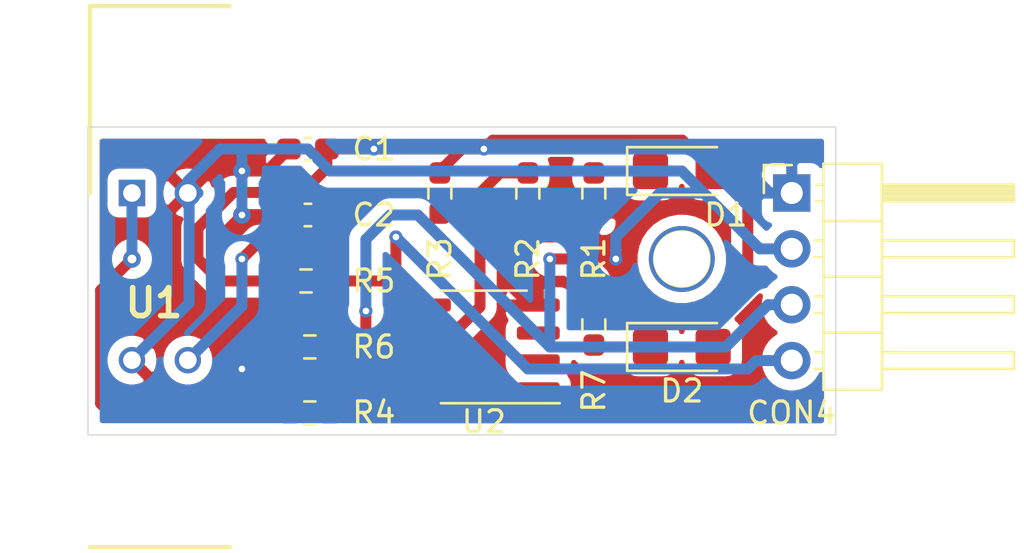
<source format=kicad_pcb>
(kicad_pcb (version 20171130) (host pcbnew 5.1.7-a382d34a8~87~ubuntu20.04.1)

  (general
    (thickness 1.6)
    (drawings 9)
    (tracks 127)
    (zones 0)
    (modules 15)
    (nets 9)
  )

  (page A4)
  (title_block
    (title "Módulo de medición de velocidad")
    (date 2020-11-08)
    (rev 1)
    (company "Gustavo Ramoscelli - UNS")
  )

  (layers
    (0 F.Cu signal)
    (31 B.Cu signal)
    (32 B.Adhes user)
    (33 F.Adhes user)
    (34 B.Paste user)
    (35 F.Paste user)
    (36 B.SilkS user)
    (37 F.SilkS user)
    (38 B.Mask user)
    (39 F.Mask user)
    (40 Dwgs.User user)
    (41 Cmts.User user)
    (42 Eco1.User user)
    (43 Eco2.User user)
    (44 Edge.Cuts user)
    (45 Margin user)
    (46 B.CrtYd user)
    (47 F.CrtYd user)
    (48 B.Fab user)
    (49 F.Fab user)
  )

  (setup
    (last_trace_width 0.8)
    (user_trace_width 0.5)
    (user_trace_width 0.6)
    (user_trace_width 0.8)
    (user_trace_width 1)
    (user_trace_width 1.5)
    (trace_clearance 0.3)
    (zone_clearance 0.508)
    (zone_45_only no)
    (trace_min 0.2)
    (via_size 1.6)
    (via_drill 0.8)
    (via_min_size 0.4)
    (via_min_drill 0.3)
    (user_via 0.6 0.3)
    (user_via 0.8 0.4)
    (user_via 1.6 0.8)
    (uvia_size 0.3)
    (uvia_drill 0.1)
    (uvias_allowed no)
    (uvia_min_size 0.2)
    (uvia_min_drill 0.1)
    (edge_width 0.05)
    (segment_width 0.2)
    (pcb_text_width 0.3)
    (pcb_text_size 1.5 1.5)
    (mod_edge_width 0.12)
    (mod_text_size 1 1)
    (mod_text_width 0.15)
    (pad_size 3 3)
    (pad_drill 2.54)
    (pad_to_mask_clearance 0)
    (aux_axis_origin 0 0)
    (visible_elements FFFFFF7F)
    (pcbplotparams
      (layerselection 0x010fc_ffffffff)
      (usegerberextensions false)
      (usegerberattributes true)
      (usegerberadvancedattributes true)
      (creategerberjobfile true)
      (excludeedgelayer true)
      (linewidth 0.100000)
      (plotframeref false)
      (viasonmask false)
      (mode 1)
      (useauxorigin false)
      (hpglpennumber 1)
      (hpglpenspeed 20)
      (hpglpendiameter 15.000000)
      (psnegative false)
      (psa4output false)
      (plotreference true)
      (plotvalue true)
      (plotinvisibletext false)
      (padsonsilk false)
      (subtractmaskfromsilk false)
      (outputformat 1)
      (mirror false)
      (drillshape 1)
      (scaleselection 1)
      (outputdirectory ""))
  )

  (net 0 "")
  (net 1 +5V)
  (net 2 GND)
  (net 3 "Net-(C2-Pad1)")
  (net 4 "Net-(CON4-Pad3)")
  (net 5 "Net-(D1-Pad1)")
  (net 6 "Net-(D2-Pad1)")
  (net 7 "Net-(R2-Pad1)")
  (net 8 "Net-(R4-Pad2)")

  (net_class Default "This is the default net class."
    (clearance 0.3)
    (trace_width 0.8)
    (via_dia 1.6)
    (via_drill 0.8)
    (uvia_dia 0.3)
    (uvia_drill 0.1)
    (add_net +5V)
    (add_net GND)
    (add_net "Net-(C2-Pad1)")
    (add_net "Net-(CON4-Pad3)")
    (add_net "Net-(D1-Pad1)")
    (add_net "Net-(D2-Pad1)")
    (add_net "Net-(R2-Pad1)")
    (add_net "Net-(R4-Pad2)")
  )

  (module DAOKI:DIPS254W40P760L2450H1110Q4N (layer F.Cu) (tedit 0) (tstamp 5FA48BB2)
    (at 125 91)
    (descr TCST2103)
    (tags "Relay or Contactor")
    (path /5F9A8D03)
    (fp_text reference U1 (at 1 5) (layer F.SilkS)
      (effects (font (size 1.27 1.27) (thickness 0.254)))
    )
    (fp_text value MOCH22a1 (at 0 0) (layer F.SilkS) hide
      (effects (font (size 1.27 1.27) (thickness 0.254)))
    )
    (fp_line (start -1.905 -8.5) (end -1.905 0) (layer F.SilkS) (width 0.2))
    (fp_line (start 4.445 -8.5) (end -1.905 -8.5) (layer F.SilkS) (width 0.2))
    (fp_line (start -1.905 16.1) (end 4.445 16.1) (layer F.SilkS) (width 0.2))
    (fp_line (start -1.905 -4.7) (end 1.895 -8.5) (layer F.Fab) (width 0.1))
    (fp_line (start -1.905 16.1) (end -1.905 -8.5) (layer F.Fab) (width 0.1))
    (fp_line (start 4.445 16.1) (end -1.905 16.1) (layer F.Fab) (width 0.1))
    (fp_line (start 4.445 -8.5) (end 4.445 16.1) (layer F.Fab) (width 0.1))
    (fp_line (start -1.905 -8.5) (end 4.445 -8.5) (layer F.Fab) (width 0.1))
    (fp_line (start -2.155 16.35) (end -2.155 -8.75) (layer F.CrtYd) (width 0.05))
    (fp_line (start 4.695 16.35) (end -2.155 16.35) (layer F.CrtYd) (width 0.05))
    (fp_line (start 4.695 -8.75) (end 4.695 16.35) (layer F.CrtYd) (width 0.05))
    (fp_line (start -2.155 -8.75) (end 4.695 -8.75) (layer F.CrtYd) (width 0.05))
    (fp_text user %R (at 0 0) (layer F.Fab)
      (effects (font (size 1.27 1.27) (thickness 0.254)))
    )
    (pad 4 thru_hole circle (at 2.54 0) (size 1.2 1.2) (drill 0.8) (layers *.Cu *.Mask)
      (net 2 GND))
    (pad 3 thru_hole circle (at 2.54 7.6) (size 1.2 1.2) (drill 0.8) (layers *.Cu *.Mask)
      (net 3 "Net-(C2-Pad1)"))
    (pad 2 thru_hole circle (at 0 7.6) (size 1.2 1.2) (drill 0.8) (layers *.Cu *.Mask)
      (net 2 GND))
    (pad 1 thru_hole rect (at 0 0) (size 1.2 1.2) (drill 0.8) (layers *.Cu *.Mask)
      (net 8 "Net-(R4-Pad2)"))
    (model /home/gustavo/CESE/2B/3DCI/dci2020b-gramoscelli/components/EE-SX1041.STEP
      (offset (xyz 2.5 -7.5 0))
      (scale (xyz 1.3 1 1))
      (rotate (xyz 90 180 90))
    )
  )

  (module Resistor_SMD:R_0603_1608Metric_Pad0.98x0.95mm_HandSolder (layer F.Cu) (tedit 5F68FEEE) (tstamp 5FA48B6A)
    (at 133.0875 101 180)
    (descr "Resistor SMD 0603 (1608 Metric), square (rectangular) end terminal, IPC_7351 nominal with elongated pad for handsoldering. (Body size source: IPC-SM-782 page 72, https://www.pcb-3d.com/wordpress/wp-content/uploads/ipc-sm-782a_amendment_1_and_2.pdf), generated with kicad-footprint-generator")
    (tags "resistor handsolder")
    (path /5F97183B)
    (attr smd)
    (fp_text reference R4 (at -2.9125 0) (layer F.SilkS)
      (effects (font (size 1 1) (thickness 0.15)))
    )
    (fp_text value 100 (at 3.0875 0) (layer F.Fab)
      (effects (font (size 1 1) (thickness 0.15)))
    )
    (fp_line (start 1.65 0.73) (end -1.65 0.73) (layer F.CrtYd) (width 0.05))
    (fp_line (start 1.65 -0.73) (end 1.65 0.73) (layer F.CrtYd) (width 0.05))
    (fp_line (start -1.65 -0.73) (end 1.65 -0.73) (layer F.CrtYd) (width 0.05))
    (fp_line (start -1.65 0.73) (end -1.65 -0.73) (layer F.CrtYd) (width 0.05))
    (fp_line (start -0.254724 0.5225) (end 0.254724 0.5225) (layer F.SilkS) (width 0.12))
    (fp_line (start -0.254724 -0.5225) (end 0.254724 -0.5225) (layer F.SilkS) (width 0.12))
    (fp_line (start 0.8 0.4125) (end -0.8 0.4125) (layer F.Fab) (width 0.1))
    (fp_line (start 0.8 -0.4125) (end 0.8 0.4125) (layer F.Fab) (width 0.1))
    (fp_line (start -0.8 -0.4125) (end 0.8 -0.4125) (layer F.Fab) (width 0.1))
    (fp_line (start -0.8 0.4125) (end -0.8 -0.4125) (layer F.Fab) (width 0.1))
    (fp_text user %R (at 0 0) (layer F.Fab)
      (effects (font (size 0.4 0.4) (thickness 0.06)))
    )
    (pad 2 smd roundrect (at 0.9125 0 180) (size 0.975 0.95) (layers F.Cu F.Paste F.Mask) (roundrect_rratio 0.25)
      (net 8 "Net-(R4-Pad2)"))
    (pad 1 smd roundrect (at -0.9125 0 180) (size 0.975 0.95) (layers F.Cu F.Paste F.Mask) (roundrect_rratio 0.25)
      (net 1 +5V))
    (model ${KISYS3DMOD}/Resistor_SMD.3dshapes/R_0603_1608Metric.wrl
      (at (xyz 0 0 0))
      (scale (xyz 1 1 1))
      (rotate (xyz 0 0 0))
    )
  )

  (module Resistor_SMD:R_0603_1608Metric_Pad0.98x0.95mm_HandSolder (layer F.Cu) (tedit 5F68FEEE) (tstamp 5FA48B37)
    (at 146 91 270)
    (descr "Resistor SMD 0603 (1608 Metric), square (rectangular) end terminal, IPC_7351 nominal with elongated pad for handsoldering. (Body size source: IPC-SM-782 page 72, https://www.pcb-3d.com/wordpress/wp-content/uploads/ipc-sm-782a_amendment_1_and_2.pdf), generated with kicad-footprint-generator")
    (tags "resistor handsolder")
    (path /5F963443)
    (attr smd)
    (fp_text reference R1 (at 3 0 90) (layer F.SilkS)
      (effects (font (size 1 1) (thickness 0.15)))
    )
    (fp_text value 1K (at 0 1.43 90) (layer F.Fab)
      (effects (font (size 1 1) (thickness 0.15)))
    )
    (fp_line (start 1.65 0.73) (end -1.65 0.73) (layer F.CrtYd) (width 0.05))
    (fp_line (start 1.65 -0.73) (end 1.65 0.73) (layer F.CrtYd) (width 0.05))
    (fp_line (start -1.65 -0.73) (end 1.65 -0.73) (layer F.CrtYd) (width 0.05))
    (fp_line (start -1.65 0.73) (end -1.65 -0.73) (layer F.CrtYd) (width 0.05))
    (fp_line (start -0.254724 0.5225) (end 0.254724 0.5225) (layer F.SilkS) (width 0.12))
    (fp_line (start -0.254724 -0.5225) (end 0.254724 -0.5225) (layer F.SilkS) (width 0.12))
    (fp_line (start 0.8 0.4125) (end -0.8 0.4125) (layer F.Fab) (width 0.1))
    (fp_line (start 0.8 -0.4125) (end 0.8 0.4125) (layer F.Fab) (width 0.1))
    (fp_line (start -0.8 -0.4125) (end 0.8 -0.4125) (layer F.Fab) (width 0.1))
    (fp_line (start -0.8 0.4125) (end -0.8 -0.4125) (layer F.Fab) (width 0.1))
    (fp_text user %R (at 0 0 90) (layer F.Fab)
      (effects (font (size 0.4 0.4) (thickness 0.06)))
    )
    (pad 2 smd roundrect (at 0.9125 0 270) (size 0.975 0.95) (layers F.Cu F.Paste F.Mask) (roundrect_rratio 0.25)
      (net 2 GND))
    (pad 1 smd roundrect (at -0.9125 0 270) (size 0.975 0.95) (layers F.Cu F.Paste F.Mask) (roundrect_rratio 0.25)
      (net 5 "Net-(D1-Pad1)"))
    (model ${KISYS3DMOD}/Resistor_SMD.3dshapes/R_0603_1608Metric.wrl
      (at (xyz 0 0 0))
      (scale (xyz 1 1 1))
      (rotate (xyz 0 0 0))
    )
  )

  (module Resistor_SMD:R_0603_1608Metric_Pad0.98x0.95mm_HandSolder (layer F.Cu) (tedit 5F68FEEE) (tstamp 5FA48B7B)
    (at 132.9125 95)
    (descr "Resistor SMD 0603 (1608 Metric), square (rectangular) end terminal, IPC_7351 nominal with elongated pad for handsoldering. (Body size source: IPC-SM-782 page 72, https://www.pcb-3d.com/wordpress/wp-content/uploads/ipc-sm-782a_amendment_1_and_2.pdf), generated with kicad-footprint-generator")
    (tags "resistor handsolder")
    (path /5F9767BC)
    (attr smd)
    (fp_text reference R5 (at 3.0875 0) (layer F.SilkS)
      (effects (font (size 1 1) (thickness 0.15)))
    )
    (fp_text value 10K (at 0 1.43) (layer F.Fab)
      (effects (font (size 1 1) (thickness 0.15)))
    )
    (fp_line (start 1.65 0.73) (end -1.65 0.73) (layer F.CrtYd) (width 0.05))
    (fp_line (start 1.65 -0.73) (end 1.65 0.73) (layer F.CrtYd) (width 0.05))
    (fp_line (start -1.65 -0.73) (end 1.65 -0.73) (layer F.CrtYd) (width 0.05))
    (fp_line (start -1.65 0.73) (end -1.65 -0.73) (layer F.CrtYd) (width 0.05))
    (fp_line (start -0.254724 0.5225) (end 0.254724 0.5225) (layer F.SilkS) (width 0.12))
    (fp_line (start -0.254724 -0.5225) (end 0.254724 -0.5225) (layer F.SilkS) (width 0.12))
    (fp_line (start 0.8 0.4125) (end -0.8 0.4125) (layer F.Fab) (width 0.1))
    (fp_line (start 0.8 -0.4125) (end 0.8 0.4125) (layer F.Fab) (width 0.1))
    (fp_line (start -0.8 -0.4125) (end 0.8 -0.4125) (layer F.Fab) (width 0.1))
    (fp_line (start -0.8 0.4125) (end -0.8 -0.4125) (layer F.Fab) (width 0.1))
    (fp_text user %R (at 0 0) (layer F.Fab)
      (effects (font (size 0.4 0.4) (thickness 0.06)))
    )
    (pad 2 smd roundrect (at 0.9125 0) (size 0.975 0.95) (layers F.Cu F.Paste F.Mask) (roundrect_rratio 0.25)
      (net 3 "Net-(C2-Pad1)"))
    (pad 1 smd roundrect (at -0.9125 0) (size 0.975 0.95) (layers F.Cu F.Paste F.Mask) (roundrect_rratio 0.25)
      (net 1 +5V))
    (model ${KISYS3DMOD}/Resistor_SMD.3dshapes/R_0603_1608Metric.wrl
      (at (xyz 0 0 0))
      (scale (xyz 1 1 1))
      (rotate (xyz 0 0 0))
    )
  )

  (module Capacitor_SMD:C_0603_1608Metric_Pad1.08x0.95mm_HandSolder (layer F.Cu) (tedit 5F68FEEF) (tstamp 5FA48AB5)
    (at 133 92 180)
    (descr "Capacitor SMD 0603 (1608 Metric), square (rectangular) end terminal, IPC_7351 nominal with elongated pad for handsoldering. (Body size source: IPC-SM-782 page 76, https://www.pcb-3d.com/wordpress/wp-content/uploads/ipc-sm-782a_amendment_1_and_2.pdf), generated with kicad-footprint-generator")
    (tags "capacitor handsolder")
    (path /5F97EA47)
    (attr smd)
    (fp_text reference C2 (at -3 0) (layer F.SilkS)
      (effects (font (size 1 1) (thickness 0.15)))
    )
    (fp_text value 100nF (at 3 -1) (layer F.Fab)
      (effects (font (size 1 1) (thickness 0.15)))
    )
    (fp_line (start 1.65 0.73) (end -1.65 0.73) (layer F.CrtYd) (width 0.05))
    (fp_line (start 1.65 -0.73) (end 1.65 0.73) (layer F.CrtYd) (width 0.05))
    (fp_line (start -1.65 -0.73) (end 1.65 -0.73) (layer F.CrtYd) (width 0.05))
    (fp_line (start -1.65 0.73) (end -1.65 -0.73) (layer F.CrtYd) (width 0.05))
    (fp_line (start -0.146267 0.51) (end 0.146267 0.51) (layer F.SilkS) (width 0.12))
    (fp_line (start -0.146267 -0.51) (end 0.146267 -0.51) (layer F.SilkS) (width 0.12))
    (fp_line (start 0.8 0.4) (end -0.8 0.4) (layer F.Fab) (width 0.1))
    (fp_line (start 0.8 -0.4) (end 0.8 0.4) (layer F.Fab) (width 0.1))
    (fp_line (start -0.8 -0.4) (end 0.8 -0.4) (layer F.Fab) (width 0.1))
    (fp_line (start -0.8 0.4) (end -0.8 -0.4) (layer F.Fab) (width 0.1))
    (fp_text user %R (at 0 0) (layer F.Fab)
      (effects (font (size 0.4 0.4) (thickness 0.06)))
    )
    (pad 2 smd roundrect (at 0.8625 0 180) (size 1.075 0.95) (layers F.Cu F.Paste F.Mask) (roundrect_rratio 0.25)
      (net 2 GND))
    (pad 1 smd roundrect (at -0.8625 0 180) (size 1.075 0.95) (layers F.Cu F.Paste F.Mask) (roundrect_rratio 0.25)
      (net 3 "Net-(C2-Pad1)"))
    (model ${KISYS3DMOD}/Capacitor_SMD.3dshapes/C_0603_1608Metric.wrl
      (at (xyz 0 0 0))
      (scale (xyz 1 1 1))
      (rotate (xyz 0 0 0))
    )
  )

  (module LED_SMD:LED_1206_3216Metric_Castellated (layer F.Cu) (tedit 5F68FEF1) (tstamp 5FA48B26)
    (at 150 98)
    (descr "LED SMD 1206 (3216 Metric), castellated end terminal, IPC_7351 nominal, (Body size source: http://www.tortai-tech.com/upload/download/2011102023233369053.pdf), generated with kicad-footprint-generator")
    (tags "LED castellated")
    (path /5F97C933)
    (attr smd)
    (fp_text reference D2 (at 0 2) (layer F.SilkS)
      (effects (font (size 1 1) (thickness 0.15)))
    )
    (fp_text value "SWITCH INDICATION" (at 0 1.78) (layer F.Fab)
      (effects (font (size 1 1) (thickness 0.15)))
    )
    (fp_line (start 2.48 1.08) (end -2.48 1.08) (layer F.CrtYd) (width 0.05))
    (fp_line (start 2.48 -1.08) (end 2.48 1.08) (layer F.CrtYd) (width 0.05))
    (fp_line (start -2.48 -1.08) (end 2.48 -1.08) (layer F.CrtYd) (width 0.05))
    (fp_line (start -2.48 1.08) (end -2.48 -1.08) (layer F.CrtYd) (width 0.05))
    (fp_line (start -2.485 1.085) (end 1.6 1.085) (layer F.SilkS) (width 0.12))
    (fp_line (start -2.485 -1.085) (end -2.485 1.085) (layer F.SilkS) (width 0.12))
    (fp_line (start 1.6 -1.085) (end -2.485 -1.085) (layer F.SilkS) (width 0.12))
    (fp_line (start 1.6 0.8) (end 1.6 -0.8) (layer F.Fab) (width 0.1))
    (fp_line (start -1.6 0.8) (end 1.6 0.8) (layer F.Fab) (width 0.1))
    (fp_line (start -1.6 -0.4) (end -1.6 0.8) (layer F.Fab) (width 0.1))
    (fp_line (start -1.2 -0.8) (end -1.6 -0.4) (layer F.Fab) (width 0.1))
    (fp_line (start 1.6 -0.8) (end -1.2 -0.8) (layer F.Fab) (width 0.1))
    (fp_text user %R (at 0 0) (layer F.Fab)
      (effects (font (size 0.8 0.8) (thickness 0.12)))
    )
    (pad 2 smd roundrect (at 1.425 0) (size 1.6 1.65) (layers F.Cu F.Paste F.Mask) (roundrect_rratio 0.15625)
      (net 1 +5V))
    (pad 1 smd roundrect (at -1.425 0) (size 1.6 1.65) (layers F.Cu F.Paste F.Mask) (roundrect_rratio 0.15625)
      (net 6 "Net-(D2-Pad1)"))
    (model ${KISYS3DMOD}/LED_SMD.3dshapes/LED_1206_3216Metric_Castellated.wrl
      (at (xyz 0 0 0))
      (scale (xyz 1 1 1))
      (rotate (xyz 0 0 0))
    )
  )

  (module Resistor_SMD:R_0603_1608Metric_Pad0.98x0.95mm_HandSolder (layer F.Cu) (tedit 5F68FEEE) (tstamp 5FA48B59)
    (at 139 91 270)
    (descr "Resistor SMD 0603 (1608 Metric), square (rectangular) end terminal, IPC_7351 nominal with elongated pad for handsoldering. (Body size source: IPC-SM-782 page 72, https://www.pcb-3d.com/wordpress/wp-content/uploads/ipc-sm-782a_amendment_1_and_2.pdf), generated with kicad-footprint-generator")
    (tags "resistor handsolder")
    (path /5F963C3E)
    (attr smd)
    (fp_text reference R3 (at 3 0 90) (layer F.SilkS)
      (effects (font (size 1 1) (thickness 0.15)))
    )
    (fp_text value 10K (at 0 1.43 90) (layer F.Fab)
      (effects (font (size 1 1) (thickness 0.15)))
    )
    (fp_line (start 1.65 0.73) (end -1.65 0.73) (layer F.CrtYd) (width 0.05))
    (fp_line (start 1.65 -0.73) (end 1.65 0.73) (layer F.CrtYd) (width 0.05))
    (fp_line (start -1.65 -0.73) (end 1.65 -0.73) (layer F.CrtYd) (width 0.05))
    (fp_line (start -1.65 0.73) (end -1.65 -0.73) (layer F.CrtYd) (width 0.05))
    (fp_line (start -0.254724 0.5225) (end 0.254724 0.5225) (layer F.SilkS) (width 0.12))
    (fp_line (start -0.254724 -0.5225) (end 0.254724 -0.5225) (layer F.SilkS) (width 0.12))
    (fp_line (start 0.8 0.4125) (end -0.8 0.4125) (layer F.Fab) (width 0.1))
    (fp_line (start 0.8 -0.4125) (end 0.8 0.4125) (layer F.Fab) (width 0.1))
    (fp_line (start -0.8 -0.4125) (end 0.8 -0.4125) (layer F.Fab) (width 0.1))
    (fp_line (start -0.8 0.4125) (end -0.8 -0.4125) (layer F.Fab) (width 0.1))
    (fp_text user %R (at 0 0 90) (layer F.Fab)
      (effects (font (size 0.4 0.4) (thickness 0.06)))
    )
    (pad 2 smd roundrect (at 0.9125 0 270) (size 0.975 0.95) (layers F.Cu F.Paste F.Mask) (roundrect_rratio 0.25)
      (net 7 "Net-(R2-Pad1)"))
    (pad 1 smd roundrect (at -0.9125 0 270) (size 0.975 0.95) (layers F.Cu F.Paste F.Mask) (roundrect_rratio 0.25)
      (net 1 +5V))
    (model ${KISYS3DMOD}/Resistor_SMD.3dshapes/R_0603_1608Metric.wrl
      (at (xyz 0 0 0))
      (scale (xyz 1 1 1))
      (rotate (xyz 0 0 0))
    )
  )

  (module LED_SMD:LED_1206_3216Metric_Castellated (layer F.Cu) (tedit 5F68FEF1) (tstamp 5FA48B15)
    (at 150 90)
    (descr "LED SMD 1206 (3216 Metric), castellated end terminal, IPC_7351 nominal, (Body size source: http://www.tortai-tech.com/upload/download/2011102023233369053.pdf), generated with kicad-footprint-generator")
    (tags "LED castellated")
    (path /5F9711DD)
    (attr smd)
    (fp_text reference D1 (at 2 2) (layer F.SilkS)
      (effects (font (size 1 1) (thickness 0.15)))
    )
    (fp_text value "POWER INDICATION" (at 0 1.78) (layer F.Fab)
      (effects (font (size 1 1) (thickness 0.15)))
    )
    (fp_line (start 2.48 1.08) (end -2.48 1.08) (layer F.CrtYd) (width 0.05))
    (fp_line (start 2.48 -1.08) (end 2.48 1.08) (layer F.CrtYd) (width 0.05))
    (fp_line (start -2.48 -1.08) (end 2.48 -1.08) (layer F.CrtYd) (width 0.05))
    (fp_line (start -2.48 1.08) (end -2.48 -1.08) (layer F.CrtYd) (width 0.05))
    (fp_line (start -2.485 1.085) (end 1.6 1.085) (layer F.SilkS) (width 0.12))
    (fp_line (start -2.485 -1.085) (end -2.485 1.085) (layer F.SilkS) (width 0.12))
    (fp_line (start 1.6 -1.085) (end -2.485 -1.085) (layer F.SilkS) (width 0.12))
    (fp_line (start 1.6 0.8) (end 1.6 -0.8) (layer F.Fab) (width 0.1))
    (fp_line (start -1.6 0.8) (end 1.6 0.8) (layer F.Fab) (width 0.1))
    (fp_line (start -1.6 -0.4) (end -1.6 0.8) (layer F.Fab) (width 0.1))
    (fp_line (start -1.2 -0.8) (end -1.6 -0.4) (layer F.Fab) (width 0.1))
    (fp_line (start 1.6 -0.8) (end -1.2 -0.8) (layer F.Fab) (width 0.1))
    (fp_text user %R (at 0 0) (layer F.Fab)
      (effects (font (size 0.8 0.8) (thickness 0.12)))
    )
    (pad 2 smd roundrect (at 1.425 0) (size 1.6 1.65) (layers F.Cu F.Paste F.Mask) (roundrect_rratio 0.15625)
      (net 1 +5V))
    (pad 1 smd roundrect (at -1.425 0) (size 1.6 1.65) (layers F.Cu F.Paste F.Mask) (roundrect_rratio 0.15625)
      (net 5 "Net-(D1-Pad1)"))
    (model ${KISYS3DMOD}/LED_SMD.3dshapes/LED_1206_3216Metric_Castellated.wrl
      (at (xyz 0 0 0))
      (scale (xyz 1 1 1))
      (rotate (xyz 0 0 0))
    )
  )

  (module Resistor_SMD:R_0603_1608Metric_Pad0.98x0.95mm_HandSolder (layer F.Cu) (tedit 5F68FEEE) (tstamp 5FA48B9D)
    (at 146 97 90)
    (descr "Resistor SMD 0603 (1608 Metric), square (rectangular) end terminal, IPC_7351 nominal with elongated pad for handsoldering. (Body size source: IPC-SM-782 page 72, https://www.pcb-3d.com/wordpress/wp-content/uploads/ipc-sm-782a_amendment_1_and_2.pdf), generated with kicad-footprint-generator")
    (tags "resistor handsolder")
    (path /5F97BBBC)
    (attr smd)
    (fp_text reference R7 (at -3 0 90) (layer F.SilkS)
      (effects (font (size 1 1) (thickness 0.15)))
    )
    (fp_text value 1K (at 0 1.43 90) (layer F.Fab)
      (effects (font (size 1 1) (thickness 0.15)))
    )
    (fp_line (start 1.65 0.73) (end -1.65 0.73) (layer F.CrtYd) (width 0.05))
    (fp_line (start 1.65 -0.73) (end 1.65 0.73) (layer F.CrtYd) (width 0.05))
    (fp_line (start -1.65 -0.73) (end 1.65 -0.73) (layer F.CrtYd) (width 0.05))
    (fp_line (start -1.65 0.73) (end -1.65 -0.73) (layer F.CrtYd) (width 0.05))
    (fp_line (start -0.254724 0.5225) (end 0.254724 0.5225) (layer F.SilkS) (width 0.12))
    (fp_line (start -0.254724 -0.5225) (end 0.254724 -0.5225) (layer F.SilkS) (width 0.12))
    (fp_line (start 0.8 0.4125) (end -0.8 0.4125) (layer F.Fab) (width 0.1))
    (fp_line (start 0.8 -0.4125) (end 0.8 0.4125) (layer F.Fab) (width 0.1))
    (fp_line (start -0.8 -0.4125) (end 0.8 -0.4125) (layer F.Fab) (width 0.1))
    (fp_line (start -0.8 0.4125) (end -0.8 -0.4125) (layer F.Fab) (width 0.1))
    (fp_text user %R (at 0 0 90) (layer F.Fab)
      (effects (font (size 0.4 0.4) (thickness 0.06)))
    )
    (pad 2 smd roundrect (at 0.9125 0 90) (size 0.975 0.95) (layers F.Cu F.Paste F.Mask) (roundrect_rratio 0.25)
      (net 4 "Net-(CON4-Pad3)"))
    (pad 1 smd roundrect (at -0.9125 0 90) (size 0.975 0.95) (layers F.Cu F.Paste F.Mask) (roundrect_rratio 0.25)
      (net 6 "Net-(D2-Pad1)"))
    (model ${KISYS3DMOD}/Resistor_SMD.3dshapes/R_0603_1608Metric.wrl
      (at (xyz 0 0 0))
      (scale (xyz 1 1 1))
      (rotate (xyz 0 0 0))
    )
  )

  (module Package_SO:SOIC-8_3.9x4.9mm_P1.27mm (layer F.Cu) (tedit 5D9F72B1) (tstamp 5FA48BCC)
    (at 141 98 180)
    (descr "SOIC, 8 Pin (JEDEC MS-012AA, https://www.analog.com/media/en/package-pcb-resources/package/pkg_pdf/soic_narrow-r/r_8.pdf), generated with kicad-footprint-generator ipc_gullwing_generator.py")
    (tags "SOIC SO")
    (path /5F976A1A)
    (clearance 0.3)
    (attr smd)
    (fp_text reference U2 (at 0 -3.4) (layer F.SilkS)
      (effects (font (size 1 1) (thickness 0.15)))
    )
    (fp_text value LM393 (at 0 3.4) (layer F.Fab)
      (effects (font (size 1 1) (thickness 0.15)))
    )
    (fp_line (start 0 2.56) (end 1.95 2.56) (layer F.SilkS) (width 0.12))
    (fp_line (start 0 2.56) (end -1.95 2.56) (layer F.SilkS) (width 0.12))
    (fp_line (start 0 -2.56) (end 1.95 -2.56) (layer F.SilkS) (width 0.12))
    (fp_line (start 0 -2.56) (end -3.45 -2.56) (layer F.SilkS) (width 0.12))
    (fp_line (start -0.975 -2.45) (end 1.95 -2.45) (layer F.Fab) (width 0.1))
    (fp_line (start 1.95 -2.45) (end 1.95 2.45) (layer F.Fab) (width 0.1))
    (fp_line (start 1.95 2.45) (end -1.95 2.45) (layer F.Fab) (width 0.1))
    (fp_line (start -1.95 2.45) (end -1.95 -1.475) (layer F.Fab) (width 0.1))
    (fp_line (start -1.95 -1.475) (end -0.975 -2.45) (layer F.Fab) (width 0.1))
    (fp_line (start -3.7 -2.7) (end -3.7 2.7) (layer F.CrtYd) (width 0.05))
    (fp_line (start -3.7 2.7) (end 3.7 2.7) (layer F.CrtYd) (width 0.05))
    (fp_line (start 3.7 2.7) (end 3.7 -2.7) (layer F.CrtYd) (width 0.05))
    (fp_line (start 3.7 -2.7) (end -3.7 -2.7) (layer F.CrtYd) (width 0.05))
    (fp_text user %R (at 0 0) (layer F.Fab)
      (effects (font (size 0.98 0.98) (thickness 0.15)))
    )
    (pad 8 smd roundrect (at 2.475 -1.905 180) (size 1.95 0.6) (layers F.Cu F.Paste F.Mask) (roundrect_rratio 0.25)
      (net 1 +5V))
    (pad 7 smd roundrect (at 2.475 -0.635 180) (size 1.95 0.6) (layers F.Cu F.Paste F.Mask) (roundrect_rratio 0.25)
      (net 4 "Net-(CON4-Pad3)"))
    (pad 6 smd roundrect (at 2.475 0.635 180) (size 1.95 0.6) (layers F.Cu F.Paste F.Mask) (roundrect_rratio 0.25)
      (net 7 "Net-(R2-Pad1)"))
    (pad 5 smd roundrect (at 2.475 1.905 180) (size 1.95 0.6) (layers F.Cu F.Paste F.Mask) (roundrect_rratio 0.25)
      (net 3 "Net-(C2-Pad1)"))
    (pad 4 smd roundrect (at -2.475 1.905 180) (size 1.95 0.6) (layers F.Cu F.Paste F.Mask) (roundrect_rratio 0.25)
      (net 2 GND))
    (pad 3 smd roundrect (at -2.475 0.635 180) (size 1.95 0.6) (layers F.Cu F.Paste F.Mask) (roundrect_rratio 0.25))
    (pad 2 smd roundrect (at -2.475 -0.635 180) (size 1.95 0.6) (layers F.Cu F.Paste F.Mask) (roundrect_rratio 0.25))
    (pad 1 smd roundrect (at -2.475 -1.905 180) (size 1.95 0.6) (layers F.Cu F.Paste F.Mask) (roundrect_rratio 0.25))
    (model ${KISYS3DMOD}/Package_SO.3dshapes/SOIC-8_3.9x4.9mm_P1.27mm.wrl
      (at (xyz 0 0 0))
      (scale (xyz 1 1 1))
      (rotate (xyz 0 0 0))
    )
  )

  (module Capacitor_SMD:C_0603_1608Metric_Pad1.08x0.95mm_HandSolder (layer F.Cu) (tedit 5F68FEEF) (tstamp 5FA48AA4)
    (at 133 89 180)
    (descr "Capacitor SMD 0603 (1608 Metric), square (rectangular) end terminal, IPC_7351 nominal with elongated pad for handsoldering. (Body size source: IPC-SM-782 page 76, https://www.pcb-3d.com/wordpress/wp-content/uploads/ipc-sm-782a_amendment_1_and_2.pdf), generated with kicad-footprint-generator")
    (tags "capacitor handsolder")
    (path /5F963A75)
    (attr smd)
    (fp_text reference C1 (at -3 0) (layer F.SilkS)
      (effects (font (size 1 1) (thickness 0.15)))
    )
    (fp_text value 100nF (at 4 0) (layer F.Fab)
      (effects (font (size 1 1) (thickness 0.15)))
    )
    (fp_line (start 1.65 0.73) (end -1.65 0.73) (layer F.CrtYd) (width 0.05))
    (fp_line (start 1.65 -0.73) (end 1.65 0.73) (layer F.CrtYd) (width 0.05))
    (fp_line (start -1.65 -0.73) (end 1.65 -0.73) (layer F.CrtYd) (width 0.05))
    (fp_line (start -1.65 0.73) (end -1.65 -0.73) (layer F.CrtYd) (width 0.05))
    (fp_line (start -0.146267 0.51) (end 0.146267 0.51) (layer F.SilkS) (width 0.12))
    (fp_line (start -0.146267 -0.51) (end 0.146267 -0.51) (layer F.SilkS) (width 0.12))
    (fp_line (start 0.8 0.4) (end -0.8 0.4) (layer F.Fab) (width 0.1))
    (fp_line (start 0.8 -0.4) (end 0.8 0.4) (layer F.Fab) (width 0.1))
    (fp_line (start -0.8 -0.4) (end 0.8 -0.4) (layer F.Fab) (width 0.1))
    (fp_line (start -0.8 0.4) (end -0.8 -0.4) (layer F.Fab) (width 0.1))
    (fp_text user %R (at 0 0) (layer F.Fab)
      (effects (font (size 0.4 0.4) (thickness 0.06)))
    )
    (pad 2 smd roundrect (at 0.8625 0 180) (size 1.075 0.95) (layers F.Cu F.Paste F.Mask) (roundrect_rratio 0.25)
      (net 2 GND))
    (pad 1 smd roundrect (at -0.8625 0 180) (size 1.075 0.95) (layers F.Cu F.Paste F.Mask) (roundrect_rratio 0.25)
      (net 1 +5V))
    (model ${KISYS3DMOD}/Capacitor_SMD.3dshapes/C_0603_1608Metric.wrl
      (at (xyz 0 0 0))
      (scale (xyz 1 1 1))
      (rotate (xyz 0 0 0))
    )
  )

  (module Connector_Pin:Pin_D1.0mm_L10.0mm (layer F.Cu) (tedit 5FA6C4EE) (tstamp 5FA6B892)
    (at 150 94)
    (descr "solder Pin_ diameter 1.0mm, hole diameter 1.0mm (press fit), length 10.0mm")
    (tags "solder Pin_ press fit")
    (fp_text reference REF** (at 0 2.25) (layer F.SilkS) hide
      (effects (font (size 1 1) (thickness 0.15)))
    )
    (fp_text value Pin_D1.0mm_L10.0mm (at 0 -2.05) (layer F.Fab) hide
      (effects (font (size 1 1) (thickness 0.15)))
    )
    (fp_circle (center 0 0) (end 1.25 0.05) (layer F.SilkS) (width 0.12))
    (fp_circle (center 0 0) (end 1 0) (layer F.Fab) (width 0.12))
    (fp_circle (center 0 0) (end 0.5 0) (layer F.Fab) (width 0.12))
    (fp_circle (center 0 0) (end 1.5 0) (layer F.CrtYd) (width 0.05))
    (fp_text user %R (at 0 2.25) (layer F.Fab) hide
      (effects (font (size 1 1) (thickness 0.15)))
    )
    (pad 1 thru_hole circle (at 0 0) (size 3 3) (drill 2.54) (layers *.Cu *.Mask))
  )

  (module Resistor_SMD:R_0603_1608Metric_Pad0.98x0.95mm_HandSolder (layer F.Cu) (tedit 5F68FEEE) (tstamp 5FA48B8C)
    (at 133.0875 98)
    (descr "Resistor SMD 0603 (1608 Metric), square (rectangular) end terminal, IPC_7351 nominal with elongated pad for handsoldering. (Body size source: IPC-SM-782 page 72, https://www.pcb-3d.com/wordpress/wp-content/uploads/ipc-sm-782a_amendment_1_and_2.pdf), generated with kicad-footprint-generator")
    (tags "resistor handsolder")
    (path /5F9783CA)
    (attr smd)
    (fp_text reference R6 (at 2.9125 0) (layer F.SilkS)
      (effects (font (size 1 1) (thickness 0.15)))
    )
    (fp_text value 10K (at 0 1.43) (layer F.Fab)
      (effects (font (size 1 1) (thickness 0.15)))
    )
    (fp_line (start 1.65 0.73) (end -1.65 0.73) (layer F.CrtYd) (width 0.05))
    (fp_line (start 1.65 -0.73) (end 1.65 0.73) (layer F.CrtYd) (width 0.05))
    (fp_line (start -1.65 -0.73) (end 1.65 -0.73) (layer F.CrtYd) (width 0.05))
    (fp_line (start -1.65 0.73) (end -1.65 -0.73) (layer F.CrtYd) (width 0.05))
    (fp_line (start -0.254724 0.5225) (end 0.254724 0.5225) (layer F.SilkS) (width 0.12))
    (fp_line (start -0.254724 -0.5225) (end 0.254724 -0.5225) (layer F.SilkS) (width 0.12))
    (fp_line (start 0.8 0.4125) (end -0.8 0.4125) (layer F.Fab) (width 0.1))
    (fp_line (start 0.8 -0.4125) (end 0.8 0.4125) (layer F.Fab) (width 0.1))
    (fp_line (start -0.8 -0.4125) (end 0.8 -0.4125) (layer F.Fab) (width 0.1))
    (fp_line (start -0.8 0.4125) (end -0.8 -0.4125) (layer F.Fab) (width 0.1))
    (fp_text user %R (at 0 0) (layer F.Fab)
      (effects (font (size 0.4 0.4) (thickness 0.06)))
    )
    (pad 2 smd roundrect (at 0.9125 0) (size 0.975 0.95) (layers F.Cu F.Paste F.Mask) (roundrect_rratio 0.25)
      (net 4 "Net-(CON4-Pad3)"))
    (pad 1 smd roundrect (at -0.9125 0) (size 0.975 0.95) (layers F.Cu F.Paste F.Mask) (roundrect_rratio 0.25)
      (net 1 +5V))
    (model ${KISYS3DMOD}/Resistor_SMD.3dshapes/R_0603_1608Metric.wrl
      (at (xyz 0 0 0))
      (scale (xyz 1 1 1))
      (rotate (xyz 0 0 0))
    )
  )

  (module Resistor_SMD:R_0603_1608Metric_Pad0.98x0.95mm_HandSolder (layer F.Cu) (tedit 5F68FEEE) (tstamp 5FA48B48)
    (at 143 91 270)
    (descr "Resistor SMD 0603 (1608 Metric), square (rectangular) end terminal, IPC_7351 nominal with elongated pad for handsoldering. (Body size source: IPC-SM-782 page 72, https://www.pcb-3d.com/wordpress/wp-content/uploads/ipc-sm-782a_amendment_1_and_2.pdf), generated with kicad-footprint-generator")
    (tags "resistor handsolder")
    (path /5F96352D)
    (attr smd)
    (fp_text reference R2 (at 3 0 90) (layer F.SilkS)
      (effects (font (size 1 1) (thickness 0.15)))
    )
    (fp_text value 10K (at 0 1.43 90) (layer F.Fab)
      (effects (font (size 1 1) (thickness 0.15)))
    )
    (fp_line (start 1.65 0.73) (end -1.65 0.73) (layer F.CrtYd) (width 0.05))
    (fp_line (start 1.65 -0.73) (end 1.65 0.73) (layer F.CrtYd) (width 0.05))
    (fp_line (start -1.65 -0.73) (end 1.65 -0.73) (layer F.CrtYd) (width 0.05))
    (fp_line (start -1.65 0.73) (end -1.65 -0.73) (layer F.CrtYd) (width 0.05))
    (fp_line (start -0.254724 0.5225) (end 0.254724 0.5225) (layer F.SilkS) (width 0.12))
    (fp_line (start -0.254724 -0.5225) (end 0.254724 -0.5225) (layer F.SilkS) (width 0.12))
    (fp_line (start 0.8 0.4125) (end -0.8 0.4125) (layer F.Fab) (width 0.1))
    (fp_line (start 0.8 -0.4125) (end 0.8 0.4125) (layer F.Fab) (width 0.1))
    (fp_line (start -0.8 -0.4125) (end 0.8 -0.4125) (layer F.Fab) (width 0.1))
    (fp_line (start -0.8 0.4125) (end -0.8 -0.4125) (layer F.Fab) (width 0.1))
    (fp_text user %R (at 0 0 90) (layer F.Fab)
      (effects (font (size 0.4 0.4) (thickness 0.06)))
    )
    (pad 2 smd roundrect (at 0.9125 0 270) (size 0.975 0.95) (layers F.Cu F.Paste F.Mask) (roundrect_rratio 0.25)
      (net 2 GND))
    (pad 1 smd roundrect (at -0.9125 0 270) (size 0.975 0.95) (layers F.Cu F.Paste F.Mask) (roundrect_rratio 0.25)
      (net 7 "Net-(R2-Pad1)"))
    (model ${KISYS3DMOD}/Resistor_SMD.3dshapes/R_0603_1608Metric.wrl
      (at (xyz 0 0 0))
      (scale (xyz 1 1 1))
      (rotate (xyz 0 0 0))
    )
  )

  (module Connector_PinHeader_2.54mm:PinHeader_1x04_P2.54mm_Horizontal (layer F.Cu) (tedit 59FED5CB) (tstamp 5FA48B02)
    (at 155 91)
    (descr "Through hole angled pin header, 1x04, 2.54mm pitch, 6mm pin length, single row")
    (tags "Through hole angled pin header THT 1x04 2.54mm single row")
    (path /5F980D7E)
    (fp_text reference CON4 (at 0 10) (layer F.SilkS)
      (effects (font (size 1 1) (thickness 0.15)))
    )
    (fp_text value CON4 (at 4.385 9.89) (layer F.Fab)
      (effects (font (size 1 1) (thickness 0.15)))
    )
    (fp_line (start 10.55 -1.8) (end -1.8 -1.8) (layer F.CrtYd) (width 0.05))
    (fp_line (start 10.55 9.4) (end 10.55 -1.8) (layer F.CrtYd) (width 0.05))
    (fp_line (start -1.8 9.4) (end 10.55 9.4) (layer F.CrtYd) (width 0.05))
    (fp_line (start -1.8 -1.8) (end -1.8 9.4) (layer F.CrtYd) (width 0.05))
    (fp_line (start -1.27 -1.27) (end 0 -1.27) (layer F.SilkS) (width 0.12))
    (fp_line (start -1.27 0) (end -1.27 -1.27) (layer F.SilkS) (width 0.12))
    (fp_line (start 1.042929 8) (end 1.44 8) (layer F.SilkS) (width 0.12))
    (fp_line (start 1.042929 7.24) (end 1.44 7.24) (layer F.SilkS) (width 0.12))
    (fp_line (start 10.1 8) (end 4.1 8) (layer F.SilkS) (width 0.12))
    (fp_line (start 10.1 7.24) (end 10.1 8) (layer F.SilkS) (width 0.12))
    (fp_line (start 4.1 7.24) (end 10.1 7.24) (layer F.SilkS) (width 0.12))
    (fp_line (start 1.44 6.35) (end 4.1 6.35) (layer F.SilkS) (width 0.12))
    (fp_line (start 1.042929 5.46) (end 1.44 5.46) (layer F.SilkS) (width 0.12))
    (fp_line (start 1.042929 4.7) (end 1.44 4.7) (layer F.SilkS) (width 0.12))
    (fp_line (start 10.1 5.46) (end 4.1 5.46) (layer F.SilkS) (width 0.12))
    (fp_line (start 10.1 4.7) (end 10.1 5.46) (layer F.SilkS) (width 0.12))
    (fp_line (start 4.1 4.7) (end 10.1 4.7) (layer F.SilkS) (width 0.12))
    (fp_line (start 1.44 3.81) (end 4.1 3.81) (layer F.SilkS) (width 0.12))
    (fp_line (start 1.042929 2.92) (end 1.44 2.92) (layer F.SilkS) (width 0.12))
    (fp_line (start 1.042929 2.16) (end 1.44 2.16) (layer F.SilkS) (width 0.12))
    (fp_line (start 10.1 2.92) (end 4.1 2.92) (layer F.SilkS) (width 0.12))
    (fp_line (start 10.1 2.16) (end 10.1 2.92) (layer F.SilkS) (width 0.12))
    (fp_line (start 4.1 2.16) (end 10.1 2.16) (layer F.SilkS) (width 0.12))
    (fp_line (start 1.44 1.27) (end 4.1 1.27) (layer F.SilkS) (width 0.12))
    (fp_line (start 1.11 0.38) (end 1.44 0.38) (layer F.SilkS) (width 0.12))
    (fp_line (start 1.11 -0.38) (end 1.44 -0.38) (layer F.SilkS) (width 0.12))
    (fp_line (start 4.1 0.28) (end 10.1 0.28) (layer F.SilkS) (width 0.12))
    (fp_line (start 4.1 0.16) (end 10.1 0.16) (layer F.SilkS) (width 0.12))
    (fp_line (start 4.1 0.04) (end 10.1 0.04) (layer F.SilkS) (width 0.12))
    (fp_line (start 4.1 -0.08) (end 10.1 -0.08) (layer F.SilkS) (width 0.12))
    (fp_line (start 4.1 -0.2) (end 10.1 -0.2) (layer F.SilkS) (width 0.12))
    (fp_line (start 4.1 -0.32) (end 10.1 -0.32) (layer F.SilkS) (width 0.12))
    (fp_line (start 10.1 0.38) (end 4.1 0.38) (layer F.SilkS) (width 0.12))
    (fp_line (start 10.1 -0.38) (end 10.1 0.38) (layer F.SilkS) (width 0.12))
    (fp_line (start 4.1 -0.38) (end 10.1 -0.38) (layer F.SilkS) (width 0.12))
    (fp_line (start 4.1 -1.33) (end 1.44 -1.33) (layer F.SilkS) (width 0.12))
    (fp_line (start 4.1 8.95) (end 4.1 -1.33) (layer F.SilkS) (width 0.12))
    (fp_line (start 1.44 8.95) (end 4.1 8.95) (layer F.SilkS) (width 0.12))
    (fp_line (start 1.44 -1.33) (end 1.44 8.95) (layer F.SilkS) (width 0.12))
    (fp_line (start 4.04 7.94) (end 10.04 7.94) (layer F.Fab) (width 0.1))
    (fp_line (start 10.04 7.3) (end 10.04 7.94) (layer F.Fab) (width 0.1))
    (fp_line (start 4.04 7.3) (end 10.04 7.3) (layer F.Fab) (width 0.1))
    (fp_line (start -0.32 7.94) (end 1.5 7.94) (layer F.Fab) (width 0.1))
    (fp_line (start -0.32 7.3) (end -0.32 7.94) (layer F.Fab) (width 0.1))
    (fp_line (start -0.32 7.3) (end 1.5 7.3) (layer F.Fab) (width 0.1))
    (fp_line (start 4.04 5.4) (end 10.04 5.4) (layer F.Fab) (width 0.1))
    (fp_line (start 10.04 4.76) (end 10.04 5.4) (layer F.Fab) (width 0.1))
    (fp_line (start 4.04 4.76) (end 10.04 4.76) (layer F.Fab) (width 0.1))
    (fp_line (start -0.32 5.4) (end 1.5 5.4) (layer F.Fab) (width 0.1))
    (fp_line (start -0.32 4.76) (end -0.32 5.4) (layer F.Fab) (width 0.1))
    (fp_line (start -0.32 4.76) (end 1.5 4.76) (layer F.Fab) (width 0.1))
    (fp_line (start 4.04 2.86) (end 10.04 2.86) (layer F.Fab) (width 0.1))
    (fp_line (start 10.04 2.22) (end 10.04 2.86) (layer F.Fab) (width 0.1))
    (fp_line (start 4.04 2.22) (end 10.04 2.22) (layer F.Fab) (width 0.1))
    (fp_line (start -0.32 2.86) (end 1.5 2.86) (layer F.Fab) (width 0.1))
    (fp_line (start -0.32 2.22) (end -0.32 2.86) (layer F.Fab) (width 0.1))
    (fp_line (start -0.32 2.22) (end 1.5 2.22) (layer F.Fab) (width 0.1))
    (fp_line (start 4.04 0.32) (end 10.04 0.32) (layer F.Fab) (width 0.1))
    (fp_line (start 10.04 -0.32) (end 10.04 0.32) (layer F.Fab) (width 0.1))
    (fp_line (start 4.04 -0.32) (end 10.04 -0.32) (layer F.Fab) (width 0.1))
    (fp_line (start -0.32 0.32) (end 1.5 0.32) (layer F.Fab) (width 0.1))
    (fp_line (start -0.32 -0.32) (end -0.32 0.32) (layer F.Fab) (width 0.1))
    (fp_line (start -0.32 -0.32) (end 1.5 -0.32) (layer F.Fab) (width 0.1))
    (fp_line (start 1.5 -0.635) (end 2.135 -1.27) (layer F.Fab) (width 0.1))
    (fp_line (start 1.5 8.89) (end 1.5 -0.635) (layer F.Fab) (width 0.1))
    (fp_line (start 4.04 8.89) (end 1.5 8.89) (layer F.Fab) (width 0.1))
    (fp_line (start 4.04 -1.27) (end 4.04 8.89) (layer F.Fab) (width 0.1))
    (fp_line (start 2.135 -1.27) (end 4.04 -1.27) (layer F.Fab) (width 0.1))
    (fp_text user %R (at 2.77 3.81 90) (layer F.Fab)
      (effects (font (size 1 1) (thickness 0.15)))
    )
    (pad 1 thru_hole rect (at 0 0) (size 1.7 1.7) (drill 1) (layers *.Cu *.Mask)
      (net 1 +5V))
    (pad 2 thru_hole oval (at 0 2.54) (size 1.7 1.7) (drill 1) (layers *.Cu *.Mask)
      (net 2 GND))
    (pad 3 thru_hole oval (at 0 5.08) (size 1.7 1.7) (drill 1) (layers *.Cu *.Mask)
      (net 4 "Net-(CON4-Pad3)"))
    (pad 4 thru_hole oval (at 0 7.62) (size 1.7 1.7) (drill 1) (layers *.Cu *.Mask)
      (net 3 "Net-(C2-Pad1)"))
    (model ${KISYS3DMOD}/Connector_PinHeader_2.54mm.3dshapes/PinHeader_1x04_P2.54mm_Horizontal.wrl
      (at (xyz 0 0 0))
      (scale (xyz 1 1 1))
      (rotate (xyz 0 0 0))
    )
  )

  (gr_line (start 123 102) (end 123 88) (layer Cmts.User) (width 0.15))
  (gr_line (start 157 102) (end 123 102) (layer Cmts.User) (width 0.15))
  (gr_line (start 157 88) (end 157 102) (layer Cmts.User) (width 0.15))
  (gr_line (start 123 88) (end 157 88) (layer Cmts.User) (width 0.15))
  (gr_line (start 157 102) (end 157 88) (layer Edge.Cuts) (width 0.05) (tstamp 5FA88A55))
  (gr_line (start 156 102) (end 157 102) (layer Edge.Cuts) (width 0.05))
  (gr_line (start 123 102) (end 156 102) (layer Edge.Cuts) (width 0.05))
  (gr_line (start 123 88) (end 123 102) (layer Edge.Cuts) (width 0.05))
  (gr_line (start 123 88) (end 157 88) (layer Edge.Cuts) (width 0.05))

  (segment (start 139 90.0875) (end 139 90) (width 0.5) (layer F.Cu) (net 1))
  (segment (start 140 89) (end 141 89) (width 0.5) (layer F.Cu) (net 1))
  (segment (start 134 100) (end 132.175 98.175) (width 0.5) (layer F.Cu) (net 1))
  (segment (start 139 89) (end 140 89) (width 0.5) (layer F.Cu) (net 1))
  (segment (start 139 90) (end 140 89) (width 0.5) (layer F.Cu) (net 1))
  (segment (start 134 101) (end 134 100) (width 0.5) (layer F.Cu) (net 1))
  (segment (start 133.8625 89) (end 136 89) (width 0.5) (layer F.Cu) (net 1))
  (segment (start 135 101) (end 136.095 99.905) (width 0.5) (layer F.Cu) (net 1))
  (segment (start 134 101) (end 135 101) (width 0.5) (layer F.Cu) (net 1))
  (segment (start 136.095 99.905) (end 138.525 99.905) (width 0.5) (layer F.Cu) (net 1))
  (segment (start 132.175 98.175) (end 132.175 98) (width 0.5) (layer F.Cu) (net 1))
  (segment (start 132.175 95.175) (end 132 95) (width 0.5) (layer F.Cu) (net 1))
  (segment (start 132.175 98) (end 132.175 95.175) (width 0.5) (layer F.Cu) (net 1))
  (segment (start 150.025001 88.600001) (end 151.425 90) (width 0.5) (layer F.Cu) (net 1))
  (segment (start 141.399999 88.600001) (end 150.025001 88.600001) (width 0.5) (layer F.Cu) (net 1))
  (segment (start 141 89) (end 141.399999 88.600001) (width 0.5) (layer F.Cu) (net 1))
  (segment (start 153 91.575) (end 151.425 90) (width 0.5) (layer F.Cu) (net 1))
  (segment (start 151.425 96.575) (end 153 95) (width 0.5) (layer F.Cu) (net 1))
  (segment (start 153 95) (end 153 91.575) (width 0.5) (layer F.Cu) (net 1))
  (segment (start 151.425 98) (end 151.425 96.575) (width 0.5) (layer F.Cu) (net 1))
  (segment (start 154 91) (end 155 91) (width 0.5) (layer B.Cu) (net 1))
  (segment (start 152 89) (end 154 91) (width 0.5) (layer B.Cu) (net 1))
  (segment (start 141 89) (end 152 89) (width 0.5) (layer B.Cu) (net 1))
  (segment (start 132.175 98) (end 132 98) (width 0.5) (layer F.Cu) (net 1))
  (segment (start 131 99) (end 130 99) (width 0.5) (layer F.Cu) (net 1))
  (segment (start 132 98) (end 131 99) (width 0.5) (layer F.Cu) (net 1))
  (segment (start 141 89) (end 141 89) (width 0.5) (layer F.Cu) (net 1) (tstamp 5FA88CD0))
  (segment (start 130 99) (end 130 99) (width 0.5) (layer F.Cu) (net 1) (tstamp 5FA88CD8))
  (via (at 130 99) (size 0.6) (drill 0.3) (layers F.Cu B.Cu) (net 1))
  (segment (start 136 89) (end 139 89) (width 0.5) (layer F.Cu) (net 1) (tstamp 5FA88CE0))
  (via (at 136 89) (size 0.6) (drill 0.3) (layers F.Cu B.Cu) (net 1))
  (via (at 141 89) (size 0.6) (drill 0.3) (layers F.Cu B.Cu) (net 1))
  (segment (start 129 95) (end 132 95) (width 0.5) (layer F.Cu) (net 1))
  (segment (start 128 94) (end 129 95) (width 0.5) (layer F.Cu) (net 1))
  (segment (start 129.619008 90.97499) (end 128 92.593998) (width 0.5) (layer F.Cu) (net 1))
  (segment (start 132.75001 90.97499) (end 129.619008 90.97499) (width 0.5) (layer F.Cu) (net 1))
  (segment (start 128 92.593998) (end 128 94) (width 0.5) (layer F.Cu) (net 1))
  (segment (start 133.8625 89.8625) (end 132.75001 90.97499) (width 0.5) (layer F.Cu) (net 1))
  (segment (start 133.8625 89) (end 133.8625 89.8625) (width 0.5) (layer F.Cu) (net 1))
  (segment (start 146 91.9125) (end 146 93) (width 0.5) (layer F.Cu) (net 2))
  (segment (start 146 93) (end 147 94) (width 0.5) (layer F.Cu) (net 2))
  (segment (start 147 93) (end 147 94) (width 0.5) (layer B.Cu) (net 2))
  (segment (start 149 91) (end 147 93) (width 0.5) (layer B.Cu) (net 2))
  (segment (start 151 91) (end 149 91) (width 0.5) (layer B.Cu) (net 2))
  (segment (start 153.54 93.54) (end 151 91) (width 0.5) (layer B.Cu) (net 2))
  (segment (start 155 93.54) (end 153.54 93.54) (width 0.5) (layer B.Cu) (net 2))
  (segment (start 147 94) (end 147 94) (width 0.5) (layer F.Cu) (net 2) (tstamp 5FA88CDE))
  (via (at 147 94) (size 0.6) (drill 0.3) (layers F.Cu B.Cu) (net 2))
  (segment (start 127.54 91) (end 127.54 91.54) (width 0.5) (layer B.Cu) (net 2))
  (segment (start 127.6 96) (end 125 98.6) (width 0.5) (layer B.Cu) (net 2))
  (segment (start 127.6 91.06) (end 127.54 91) (width 0.5) (layer B.Cu) (net 2))
  (segment (start 127.6 96) (end 127.6 91.06) (width 0.5) (layer B.Cu) (net 2))
  (segment (start 127.54 91) (end 128 91) (width 0.5) (layer B.Cu) (net 2))
  (via (at 130 92) (size 0.8) (drill 0.3) (layers F.Cu B.Cu) (net 2))
  (segment (start 132.1375 92) (end 130 92) (width 0.5) (layer F.Cu) (net 2))
  (via (at 130 90) (size 0.8) (drill 0.3) (layers F.Cu B.Cu) (net 2))
  (segment (start 130 92) (end 130 90) (width 0.5) (layer B.Cu) (net 2))
  (segment (start 131.1375 90) (end 132.1375 89) (width 0.5) (layer F.Cu) (net 2))
  (segment (start 130 90) (end 131.1375 90) (width 0.5) (layer F.Cu) (net 2))
  (segment (start 127.54 90.46) (end 127.54 91) (width 0.5) (layer B.Cu) (net 2))
  (segment (start 129 89) (end 127.54 90.46) (width 0.5) (layer B.Cu) (net 2))
  (segment (start 134 90) (end 133 89) (width 0.5) (layer B.Cu) (net 2))
  (segment (start 150 90) (end 134 90) (width 0.5) (layer B.Cu) (net 2))
  (segment (start 151 91) (end 150 90) (width 0.5) (layer B.Cu) (net 2))
  (segment (start 143.475 96.095) (end 143.095 96.095) (width 0.5) (layer F.Cu) (net 2))
  (segment (start 143.095 96.095) (end 142 95) (width 0.5) (layer F.Cu) (net 2))
  (segment (start 142 95) (end 142 94) (width 0.5) (layer F.Cu) (net 2))
  (segment (start 142 94) (end 143 93) (width 0.5) (layer F.Cu) (net 2))
  (segment (start 143 93) (end 146 93) (width 0.5) (layer F.Cu) (net 2))
  (segment (start 143 91.9125) (end 143 93) (width 0.5) (layer F.Cu) (net 2))
  (segment (start 130 90) (end 130 89) (width 0.5) (layer B.Cu) (net 2))
  (segment (start 130 89) (end 129 89) (width 0.5) (layer B.Cu) (net 2))
  (segment (start 133 89) (end 130 89) (width 0.5) (layer B.Cu) (net 2))
  (segment (start 133.8625 92) (end 133.8625 94.9625) (width 0.5) (layer F.Cu) (net 3))
  (segment (start 137 95) (end 138 96) (width 0.5) (layer F.Cu) (net 3))
  (segment (start 133.825 95) (end 137 95) (width 0.5) (layer F.Cu) (net 3))
  (segment (start 133.8625 94.9625) (end 133.825 95) (width 0.5) (layer F.Cu) (net 3))
  (segment (start 132.662499 93.200001) (end 133.8625 92) (width 0.5) (layer F.Cu) (net 3))
  (segment (start 130.799999 93.200001) (end 132.662499 93.200001) (width 0.5) (layer F.Cu) (net 3))
  (segment (start 130 94) (end 130 94) (width 0.5) (layer F.Cu) (net 3))
  (segment (start 137 93) (end 137 93) (width 0.5) (layer F.Cu) (net 3))
  (segment (start 153.38 98.62) (end 155 98.62) (width 0.5) (layer B.Cu) (net 3))
  (segment (start 153 99) (end 153.38 98.62) (width 0.5) (layer B.Cu) (net 3))
  (segment (start 143 99) (end 153 99) (width 0.5) (layer B.Cu) (net 3))
  (segment (start 130 96.14) (end 130 94) (width 0.5) (layer B.Cu) (net 3))
  (segment (start 127.54 98.6) (end 130 96.14) (width 0.5) (layer B.Cu) (net 3))
  (segment (start 130 94) (end 130.799999 93.200001) (width 0.5) (layer F.Cu) (net 3) (tstamp 5FA88CD6))
  (via (at 130 94) (size 0.6) (drill 0.3) (layers F.Cu B.Cu) (net 3))
  (segment (start 137 93) (end 137 95) (width 0.5) (layer F.Cu) (net 3) (tstamp 5FA88CDA))
  (via (at 137 93) (size 0.6) (drill 0.3) (layers F.Cu B.Cu) (net 3))
  (segment (start 137 93) (end 143 99) (width 0.5) (layer B.Cu) (net 3))
  (segment (start 135.635 98.635) (end 135 98) (width 0.5) (layer F.Cu) (net 4))
  (segment (start 138.525 98.635) (end 135.635 98.635) (width 0.5) (layer F.Cu) (net 4))
  (segment (start 135 98) (end 134 98) (width 0.5) (layer F.Cu) (net 4))
  (segment (start 135.635 98.635) (end 135.635 96.365) (width 0.5) (layer F.Cu) (net 4))
  (segment (start 135.635 96.365) (end 135.635 96.365) (width 0.5) (layer B.Cu) (net 4))
  (segment (start 145.001998 94) (end 144 94) (width 0.5) (layer F.Cu) (net 4))
  (segment (start 146 94.998002) (end 145.001998 94) (width 0.5) (layer F.Cu) (net 4))
  (segment (start 146 96.0875) (end 146 94.998002) (width 0.5) (layer F.Cu) (net 4))
  (segment (start 144 94) (end 144 94) (width 0.5) (layer F.Cu) (net 4) (tstamp 5FA88CDC))
  (via (at 144 94) (size 0.6) (drill 0.3) (layers F.Cu B.Cu) (net 4))
  (via (at 135.635 96.365) (size 0.6) (drill 0.3) (layers F.Cu B.Cu) (net 4))
  (segment (start 135.635 93.106998) (end 136.741998 92) (width 0.5) (layer B.Cu) (net 4))
  (segment (start 135.635 96.365) (end 135.635 93.106998) (width 0.5) (layer B.Cu) (net 4))
  (segment (start 136.741998 92) (end 138 92) (width 0.5) (layer B.Cu) (net 4))
  (segment (start 138 92) (end 144 98) (width 0.5) (layer B.Cu) (net 4))
  (segment (start 144 98) (end 152 98) (width 0.5) (layer B.Cu) (net 4))
  (segment (start 153.92 96.08) (end 155 96.08) (width 0.5) (layer B.Cu) (net 4))
  (segment (start 152 98) (end 153.92 96.08) (width 0.5) (layer B.Cu) (net 4))
  (segment (start 144 94) (end 144 98) (width 0.5) (layer B.Cu) (net 4))
  (segment (start 148.575 90) (end 146.0875 90) (width 0.5) (layer F.Cu) (net 5))
  (segment (start 146.0875 90) (end 146 90.0875) (width 0.5) (layer F.Cu) (net 5))
  (segment (start 148.575 98) (end 146.0875 98) (width 0.5) (layer F.Cu) (net 6))
  (segment (start 146.0875 98) (end 146 97.9125) (width 0.5) (layer F.Cu) (net 6))
  (segment (start 139.9125 91.9125) (end 141.7375 90.0875) (width 0.5) (layer F.Cu) (net 7))
  (segment (start 143 90.0875) (end 141.7375 90.0875) (width 0.5) (layer F.Cu) (net 7))
  (segment (start 140.825 96.175) (end 140.825 91) (width 0.5) (layer F.Cu) (net 7))
  (segment (start 139.635 97.365) (end 140.825 96.175) (width 0.5) (layer F.Cu) (net 7))
  (segment (start 138.525 97.365) (end 139.635 97.365) (width 0.5) (layer F.Cu) (net 7))
  (segment (start 139 91.9125) (end 139.9125 91.9125) (width 0.5) (layer F.Cu) (net 7))
  (segment (start 132.175 101) (end 132 101) (width 0.5) (layer F.Cu) (net 8))
  (segment (start 123.57501 100.57501) (end 124 101) (width 0.5) (layer F.Cu) (net 8))
  (segment (start 124 101) (end 132.175 101) (width 0.5) (layer F.Cu) (net 8))
  (segment (start 125 91) (end 125 94) (width 0.5) (layer B.Cu) (net 8))
  (via (at 125 94) (size 0.8) (drill 0.4) (layers F.Cu B.Cu) (net 8))
  (segment (start 125 94) (end 123.57501 95.42499) (width 0.5) (layer F.Cu) (net 8))
  (segment (start 123.57501 95.42499) (end 123.57501 100.57501) (width 0.5) (layer F.Cu) (net 8))

  (zone (net 1) (net_name +5V) (layer B.Cu) (tstamp 0) (hatch edge 0.508)
    (connect_pads (clearance 0.508))
    (min_thickness 0.254)
    (fill yes (arc_segments 32) (thermal_gap 0.508) (thermal_bridge_width 0.508))
    (polygon
      (pts
        (xy 158 104) (xy 120 104) (xy 120 86) (xy 158 86)
      )
    )
    (filled_polygon
      (pts
        (xy 126.944956 89.803466) (xy 126.911183 89.831183) (xy 126.800589 89.965942) (xy 126.765007 90.032512) (xy 126.752733 90.040713)
        (xy 126.580713 90.212733) (xy 126.445557 90.415008) (xy 126.35246 90.639764) (xy 126.305 90.878363) (xy 126.305 91.121637)
        (xy 126.35246 91.360236) (xy 126.445557 91.584992) (xy 126.580713 91.787267) (xy 126.715001 91.921555) (xy 126.715 95.633421)
        (xy 124.983422 97.365) (xy 124.878363 97.365) (xy 124.639764 97.41246) (xy 124.415008 97.505557) (xy 124.212733 97.640713)
        (xy 124.040713 97.812733) (xy 123.905557 98.015008) (xy 123.81246 98.239764) (xy 123.765 98.478363) (xy 123.765 98.721637)
        (xy 123.81246 98.960236) (xy 123.905557 99.184992) (xy 124.040713 99.387267) (xy 124.212733 99.559287) (xy 124.415008 99.694443)
        (xy 124.639764 99.78754) (xy 124.878363 99.835) (xy 125.121637 99.835) (xy 125.360236 99.78754) (xy 125.584992 99.694443)
        (xy 125.787267 99.559287) (xy 125.959287 99.387267) (xy 126.094443 99.184992) (xy 126.18754 98.960236) (xy 126.235 98.721637)
        (xy 126.235 98.616578) (xy 126.305 98.546578) (xy 126.305 98.721637) (xy 126.35246 98.960236) (xy 126.445557 99.184992)
        (xy 126.580713 99.387267) (xy 126.752733 99.559287) (xy 126.955008 99.694443) (xy 127.179764 99.78754) (xy 127.418363 99.835)
        (xy 127.661637 99.835) (xy 127.900236 99.78754) (xy 128.124992 99.694443) (xy 128.327267 99.559287) (xy 128.499287 99.387267)
        (xy 128.634443 99.184992) (xy 128.72754 98.960236) (xy 128.775 98.721637) (xy 128.775 98.616578) (xy 130.59505 96.796529)
        (xy 130.628817 96.768817) (xy 130.739411 96.634059) (xy 130.821589 96.480313) (xy 130.872195 96.31349) (xy 130.885 96.183477)
        (xy 130.885 96.183467) (xy 130.889281 96.140001) (xy 130.885 96.096535) (xy 130.885 94.306692) (xy 130.899068 94.272729)
        (xy 130.935 94.092089) (xy 130.935 93.907911) (xy 130.899068 93.727271) (xy 130.828586 93.557111) (xy 130.726262 93.403972)
        (xy 130.596028 93.273738) (xy 130.442889 93.171414) (xy 130.272729 93.100932) (xy 130.092089 93.065) (xy 129.907911 93.065)
        (xy 129.727271 93.100932) (xy 129.557111 93.171414) (xy 129.403972 93.273738) (xy 129.273738 93.403972) (xy 129.171414 93.557111)
        (xy 129.100932 93.727271) (xy 129.065 93.907911) (xy 129.065 94.092089) (xy 129.100932 94.272729) (xy 129.115001 94.306694)
        (xy 129.115 95.773421) (xy 127.523422 97.365) (xy 127.486579 97.365) (xy 128.19505 96.656529) (xy 128.228817 96.628817)
        (xy 128.273756 96.57406) (xy 128.33941 96.49406) (xy 128.339411 96.494059) (xy 128.421589 96.340313) (xy 128.472195 96.17349)
        (xy 128.485 96.043477) (xy 128.485 96.043467) (xy 128.489281 96.000001) (xy 128.485 95.956535) (xy 128.485 91.801554)
        (xy 128.499287 91.787267) (xy 128.576436 91.671805) (xy 128.628817 91.628817) (xy 128.739411 91.494059) (xy 128.821589 91.340313)
        (xy 128.872195 91.17349) (xy 128.889282 91) (xy 128.872195 90.82651) (xy 128.821589 90.659687) (xy 128.74158 90.509999)
        (xy 128.995633 90.255945) (xy 129.004774 90.301898) (xy 129.082795 90.490256) (xy 129.115001 90.538455) (xy 129.115 91.461545)
        (xy 129.082795 91.509744) (xy 129.004774 91.698102) (xy 128.965 91.898061) (xy 128.965 92.101939) (xy 129.004774 92.301898)
        (xy 129.082795 92.490256) (xy 129.196063 92.659774) (xy 129.340226 92.803937) (xy 129.509744 92.917205) (xy 129.698102 92.995226)
        (xy 129.898061 93.035) (xy 130.101939 93.035) (xy 130.301898 92.995226) (xy 130.490256 92.917205) (xy 130.659774 92.803937)
        (xy 130.803937 92.659774) (xy 130.917205 92.490256) (xy 130.995226 92.301898) (xy 131.035 92.101939) (xy 131.035 91.898061)
        (xy 130.995226 91.698102) (xy 130.917205 91.509744) (xy 130.885 91.461546) (xy 130.885 90.538454) (xy 130.917205 90.490256)
        (xy 130.995226 90.301898) (xy 131.035 90.101939) (xy 131.035 89.898061) (xy 131.032402 89.885) (xy 132.633422 89.885)
        (xy 133.34347 90.595049) (xy 133.371183 90.628817) (xy 133.404951 90.65653) (xy 133.404953 90.656532) (xy 133.505941 90.739411)
        (xy 133.659686 90.821589) (xy 133.675912 90.826511) (xy 133.82651 90.872195) (xy 133.956523 90.885) (xy 133.956531 90.885)
        (xy 134 90.889281) (xy 134.043469 90.885) (xy 147.863421 90.885) (xy 146.404956 92.343466) (xy 146.371183 92.371183)
        (xy 146.260589 92.505942) (xy 146.178411 92.659688) (xy 146.127805 92.826511) (xy 146.115 92.956524) (xy 146.115 92.956531)
        (xy 146.110719 93) (xy 146.115 93.04347) (xy 146.115001 93.693306) (xy 146.100932 93.727271) (xy 146.065 93.907911)
        (xy 146.065 94.092089) (xy 146.100932 94.272729) (xy 146.171414 94.442889) (xy 146.273738 94.596028) (xy 146.403972 94.726262)
        (xy 146.557111 94.828586) (xy 146.727271 94.899068) (xy 146.907911 94.935) (xy 147.092089 94.935) (xy 147.272729 94.899068)
        (xy 147.442889 94.828586) (xy 147.596028 94.726262) (xy 147.726262 94.596028) (xy 147.828586 94.442889) (xy 147.884445 94.308033)
        (xy 147.947047 94.622756) (xy 148.107988 95.011302) (xy 148.341637 95.360983) (xy 148.639017 95.658363) (xy 148.988698 95.892012)
        (xy 149.377244 96.052953) (xy 149.789721 96.135) (xy 150.210279 96.135) (xy 150.622756 96.052953) (xy 151.011302 95.892012)
        (xy 151.360983 95.658363) (xy 151.658363 95.360983) (xy 151.892012 95.011302) (xy 152.052953 94.622756) (xy 152.135 94.210279)
        (xy 152.135 93.789721) (xy 152.052953 93.377244) (xy 152.001538 93.253116) (xy 152.88347 94.135049) (xy 152.911183 94.168817)
        (xy 152.944951 94.19653) (xy 152.944953 94.196532) (xy 152.961704 94.210279) (xy 153.045941 94.279411) (xy 153.199687 94.361589)
        (xy 153.36651 94.412195) (xy 153.496523 94.425) (xy 153.496533 94.425) (xy 153.539999 94.429281) (xy 153.583465 94.425)
        (xy 153.805344 94.425) (xy 153.846525 94.486632) (xy 154.053368 94.693475) (xy 154.22776 94.81) (xy 154.053368 94.926525)
        (xy 153.846525 95.133368) (xy 153.80033 95.202504) (xy 153.74651 95.207805) (xy 153.579687 95.258411) (xy 153.425941 95.340589)
        (xy 153.425939 95.34059) (xy 153.42594 95.34059) (xy 153.324953 95.423468) (xy 153.324951 95.42347) (xy 153.291183 95.451183)
        (xy 153.26347 95.484951) (xy 151.633422 97.115) (xy 144.885 97.115) (xy 144.885 94.306692) (xy 144.899068 94.272729)
        (xy 144.935 94.092089) (xy 144.935 93.907911) (xy 144.899068 93.727271) (xy 144.828586 93.557111) (xy 144.726262 93.403972)
        (xy 144.596028 93.273738) (xy 144.442889 93.171414) (xy 144.272729 93.100932) (xy 144.092089 93.065) (xy 143.907911 93.065)
        (xy 143.727271 93.100932) (xy 143.557111 93.171414) (xy 143.403972 93.273738) (xy 143.273738 93.403972) (xy 143.171414 93.557111)
        (xy 143.100932 93.727271) (xy 143.065 93.907911) (xy 143.065 94.092089) (xy 143.100932 94.272729) (xy 143.115 94.306693)
        (xy 143.115 95.863422) (xy 138.656534 91.404956) (xy 138.628817 91.371183) (xy 138.494059 91.260589) (xy 138.340313 91.178411)
        (xy 138.17349 91.127805) (xy 138.043477 91.115) (xy 138.043469 91.115) (xy 138 91.110719) (xy 137.956531 91.115)
        (xy 136.785467 91.115) (xy 136.741998 91.110719) (xy 136.698529 91.115) (xy 136.698521 91.115) (xy 136.568508 91.127805)
        (xy 136.401684 91.178411) (xy 136.247939 91.260589) (xy 136.146951 91.343468) (xy 136.146949 91.34347) (xy 136.113181 91.371183)
        (xy 136.085468 91.404951) (xy 135.039951 92.450469) (xy 135.006184 92.478181) (xy 134.978471 92.511949) (xy 134.978468 92.511952)
        (xy 134.89559 92.612939) (xy 134.813412 92.766685) (xy 134.762805 92.933508) (xy 134.745719 93.106998) (xy 134.750001 93.150477)
        (xy 134.75 96.058307) (xy 134.735932 96.092271) (xy 134.7 96.272911) (xy 134.7 96.457089) (xy 134.735932 96.637729)
        (xy 134.806414 96.807889) (xy 134.908738 96.961028) (xy 135.038972 97.091262) (xy 135.192111 97.193586) (xy 135.362271 97.264068)
        (xy 135.542911 97.3) (xy 135.727089 97.3) (xy 135.907729 97.264068) (xy 136.077889 97.193586) (xy 136.231028 97.091262)
        (xy 136.361262 96.961028) (xy 136.463586 96.807889) (xy 136.534068 96.637729) (xy 136.57 96.457089) (xy 136.57 96.272911)
        (xy 136.534068 96.092271) (xy 136.52 96.058308) (xy 136.52 93.803789) (xy 136.557111 93.828586) (xy 136.591077 93.842655)
        (xy 142.34347 99.595049) (xy 142.371183 99.628817) (xy 142.404951 99.65653) (xy 142.404953 99.656532) (xy 142.451148 99.694443)
        (xy 142.505941 99.739411) (xy 142.659687 99.821589) (xy 142.82651 99.872195) (xy 142.956523 99.885) (xy 142.956533 99.885)
        (xy 142.999999 99.889281) (xy 143.043465 99.885) (xy 152.956531 99.885) (xy 153 99.889281) (xy 153.043469 99.885)
        (xy 153.043477 99.885) (xy 153.17349 99.872195) (xy 153.340313 99.821589) (xy 153.494059 99.739411) (xy 153.628817 99.628817)
        (xy 153.656534 99.595044) (xy 153.746578 99.505) (xy 153.805344 99.505) (xy 153.846525 99.566632) (xy 154.053368 99.773475)
        (xy 154.296589 99.93599) (xy 154.566842 100.047932) (xy 154.85374 100.105) (xy 155.14626 100.105) (xy 155.433158 100.047932)
        (xy 155.703411 99.93599) (xy 155.946632 99.773475) (xy 156.153475 99.566632) (xy 156.31599 99.323411) (xy 156.34 99.265445)
        (xy 156.34 101.34) (xy 123.66 101.34) (xy 123.66 90.4) (xy 123.761928 90.4) (xy 123.761928 91.6)
        (xy 123.774188 91.724482) (xy 123.810498 91.84418) (xy 123.869463 91.954494) (xy 123.948815 92.051185) (xy 124.045506 92.130537)
        (xy 124.115 92.167683) (xy 124.115001 93.461544) (xy 124.082795 93.509744) (xy 124.004774 93.698102) (xy 123.965 93.898061)
        (xy 123.965 94.101939) (xy 124.004774 94.301898) (xy 124.082795 94.490256) (xy 124.196063 94.659774) (xy 124.340226 94.803937)
        (xy 124.509744 94.917205) (xy 124.698102 94.995226) (xy 124.898061 95.035) (xy 125.101939 95.035) (xy 125.301898 94.995226)
        (xy 125.490256 94.917205) (xy 125.659774 94.803937) (xy 125.803937 94.659774) (xy 125.917205 94.490256) (xy 125.995226 94.301898)
        (xy 126.035 94.101939) (xy 126.035 93.898061) (xy 125.995226 93.698102) (xy 125.917205 93.509744) (xy 125.885 93.461546)
        (xy 125.885 92.167683) (xy 125.954494 92.130537) (xy 126.051185 92.051185) (xy 126.130537 91.954494) (xy 126.189502 91.84418)
        (xy 126.225812 91.724482) (xy 126.238072 91.6) (xy 126.238072 90.4) (xy 126.225812 90.275518) (xy 126.189502 90.15582)
        (xy 126.130537 90.045506) (xy 126.051185 89.948815) (xy 125.954494 89.869463) (xy 125.84418 89.810498) (xy 125.724482 89.774188)
        (xy 125.6 89.761928) (xy 124.4 89.761928) (xy 124.275518 89.774188) (xy 124.15582 89.810498) (xy 124.045506 89.869463)
        (xy 123.948815 89.948815) (xy 123.869463 90.045506) (xy 123.810498 90.15582) (xy 123.774188 90.275518) (xy 123.761928 90.4)
        (xy 123.66 90.4) (xy 123.66 88.66) (xy 128.088421 88.66)
      )
    )
    (filled_polygon
      (pts
        (xy 156.340001 89.746112) (xy 156.301185 89.698815) (xy 156.204494 89.619463) (xy 156.09418 89.560498) (xy 155.974482 89.524188)
        (xy 155.85 89.511928) (xy 155.28575 89.515) (xy 155.127 89.67375) (xy 155.127 90.873) (xy 155.147 90.873)
        (xy 155.147 91.127) (xy 155.127 91.127) (xy 155.127 91.147) (xy 154.873 91.147) (xy 154.873 91.127)
        (xy 153.67375 91.127) (xy 153.515 91.28575) (xy 153.511928 91.85) (xy 153.524188 91.974482) (xy 153.560498 92.09418)
        (xy 153.619463 92.204494) (xy 153.698815 92.301185) (xy 153.795506 92.380537) (xy 153.90582 92.439502) (xy 153.97838 92.461513)
        (xy 153.846525 92.593368) (xy 153.845893 92.594314) (xy 151.656536 90.404958) (xy 151.656532 90.404953) (xy 151.65653 90.404951)
        (xy 151.628817 90.371183) (xy 151.595049 90.34347) (xy 151.401579 90.15) (xy 153.511928 90.15) (xy 153.515 90.71425)
        (xy 153.67375 90.873) (xy 154.873 90.873) (xy 154.873 89.67375) (xy 154.71425 89.515) (xy 154.15 89.511928)
        (xy 154.025518 89.524188) (xy 153.90582 89.560498) (xy 153.795506 89.619463) (xy 153.698815 89.698815) (xy 153.619463 89.795506)
        (xy 153.560498 89.90582) (xy 153.524188 90.025518) (xy 153.511928 90.15) (xy 151.401579 90.15) (xy 150.656534 89.404956)
        (xy 150.628817 89.371183) (xy 150.494059 89.260589) (xy 150.340313 89.178411) (xy 150.17349 89.127805) (xy 150.043477 89.115)
        (xy 150.043469 89.115) (xy 150 89.110719) (xy 149.956531 89.115) (xy 134.366579 89.115) (xy 133.911578 88.66)
        (xy 156.340001 88.66)
      )
    )
  )
  (zone (net 2) (net_name GND) (layer F.Cu) (tstamp 0) (hatch edge 0.508)
    (connect_pads (clearance 0.508))
    (min_thickness 0.254)
    (fill yes (arc_segments 32) (thermal_gap 0.508) (thermal_bridge_width 0.508))
    (polygon
      (pts
        (xy 159 106) (xy 119 106) (xy 119 85) (xy 159 85)
      )
    )
    (filled_polygon
      (pts
        (xy 144.953577 89.502433) (xy 144.903752 89.666684) (xy 144.886928 89.8375) (xy 144.886928 90.3375) (xy 144.903752 90.508316)
        (xy 144.953577 90.672567) (xy 145.034488 90.823942) (xy 145.123812 90.932783) (xy 145.073815 90.973815) (xy 144.994463 91.070506)
        (xy 144.935498 91.18082) (xy 144.899188 91.300518) (xy 144.886928 91.425) (xy 144.89 91.62675) (xy 145.04875 91.7855)
        (xy 145.873 91.7855) (xy 145.873 91.7655) (xy 146.127 91.7655) (xy 146.127 91.7855) (xy 146.95125 91.7855)
        (xy 147.11 91.62675) (xy 147.113072 91.425) (xy 147.100812 91.300518) (xy 147.064502 91.18082) (xy 147.005537 91.070506)
        (xy 146.926185 90.973815) (xy 146.876188 90.932783) (xy 146.915403 90.885) (xy 147.195473 90.885) (xy 147.204528 90.91485)
        (xy 147.286595 91.068386) (xy 147.397038 91.202962) (xy 147.531614 91.313405) (xy 147.68515 91.395472) (xy 147.851746 91.446008)
        (xy 148.025 91.463072) (xy 149.125 91.463072) (xy 149.298254 91.446008) (xy 149.46485 91.395472) (xy 149.618386 91.313405)
        (xy 149.752962 91.202962) (xy 149.863405 91.068386) (xy 149.945472 90.91485) (xy 149.996008 90.748254) (xy 150 90.707722)
        (xy 150.003992 90.748254) (xy 150.054528 90.91485) (xy 150.136595 91.068386) (xy 150.247038 91.202962) (xy 150.381614 91.313405)
        (xy 150.53515 91.395472) (xy 150.701746 91.446008) (xy 150.875 91.463072) (xy 151.636493 91.463072) (xy 152.115001 91.94158)
        (xy 152.115 93.689176) (xy 152.052953 93.377244) (xy 151.892012 92.988698) (xy 151.658363 92.639017) (xy 151.360983 92.341637)
        (xy 151.011302 92.107988) (xy 150.622756 91.947047) (xy 150.210279 91.865) (xy 149.789721 91.865) (xy 149.377244 91.947047)
        (xy 148.988698 92.107988) (xy 148.639017 92.341637) (xy 148.341637 92.639017) (xy 148.107988 92.988698) (xy 147.947047 93.377244)
        (xy 147.865 93.789721) (xy 147.865 94.210279) (xy 147.947047 94.622756) (xy 148.107988 95.011302) (xy 148.341637 95.360983)
        (xy 148.639017 95.658363) (xy 148.988698 95.892012) (xy 149.377244 96.052953) (xy 149.789721 96.135) (xy 150.210279 96.135)
        (xy 150.622756 96.052953) (xy 150.752748 95.999108) (xy 150.68559 96.080941) (xy 150.603412 96.234687) (xy 150.552805 96.40151)
        (xy 150.535719 96.575) (xy 150.538526 96.603504) (xy 150.53515 96.604528) (xy 150.381614 96.686595) (xy 150.247038 96.797038)
        (xy 150.136595 96.931614) (xy 150.054528 97.08515) (xy 150.003992 97.251746) (xy 150 97.292278) (xy 149.996008 97.251746)
        (xy 149.945472 97.08515) (xy 149.863405 96.931614) (xy 149.752962 96.797038) (xy 149.618386 96.686595) (xy 149.46485 96.604528)
        (xy 149.298254 96.553992) (xy 149.125 96.536928) (xy 148.025 96.536928) (xy 147.851746 96.553992) (xy 147.68515 96.604528)
        (xy 147.531614 96.686595) (xy 147.397038 96.797038) (xy 147.286595 96.931614) (xy 147.204528 97.08515) (xy 147.195473 97.115)
        (xy 146.915403 97.115) (xy 146.856623 97.043377) (xy 146.803768 97) (xy 146.856623 96.956623) (xy 146.965512 96.823942)
        (xy 147.046423 96.672567) (xy 147.096248 96.508316) (xy 147.113072 96.3375) (xy 147.113072 95.8375) (xy 147.096248 95.666684)
        (xy 147.046423 95.502433) (xy 146.965512 95.351058) (xy 146.885 95.252954) (xy 146.885 95.041471) (xy 146.889281 94.998002)
        (xy 146.885 94.954533) (xy 146.885 94.954525) (xy 146.872195 94.824512) (xy 146.871309 94.821589) (xy 146.845095 94.735178)
        (xy 146.821589 94.657689) (xy 146.739411 94.503943) (xy 146.683314 94.435589) (xy 146.656532 94.402955) (xy 146.65653 94.402953)
        (xy 146.628817 94.369185) (xy 146.595049 94.341472) (xy 145.65853 93.404954) (xy 145.630815 93.371183) (xy 145.496057 93.260589)
        (xy 145.342311 93.178411) (xy 145.175488 93.127805) (xy 145.045475 93.115) (xy 145.045467 93.115) (xy 145.001998 93.110719)
        (xy 144.958529 93.115) (xy 144.306692 93.115) (xy 144.272729 93.100932) (xy 144.092089 93.065) (xy 143.907911 93.065)
        (xy 143.727271 93.100932) (xy 143.557111 93.171414) (xy 143.403972 93.273738) (xy 143.273738 93.403972) (xy 143.171414 93.557111)
        (xy 143.100932 93.727271) (xy 143.065 93.907911) (xy 143.065 94.092089) (xy 143.100932 94.272729) (xy 143.171414 94.442889)
        (xy 143.273738 94.596028) (xy 143.403972 94.726262) (xy 143.557111 94.828586) (xy 143.727271 94.899068) (xy 143.907911 94.935)
        (xy 144.092089 94.935) (xy 144.272729 94.899068) (xy 144.306692 94.885) (xy 144.63542 94.885) (xy 145.064684 95.314264)
        (xy 145.034488 95.351058) (xy 144.983607 95.44625) (xy 144.980537 95.440506) (xy 144.901185 95.343815) (xy 144.804494 95.264463)
        (xy 144.69418 95.205498) (xy 144.574482 95.169188) (xy 144.45 95.156928) (xy 143.76075 95.16) (xy 143.602 95.31875)
        (xy 143.602 95.968) (xy 143.622 95.968) (xy 143.622 96.222) (xy 143.602 96.222) (xy 143.602 96.242)
        (xy 143.348 96.242) (xy 143.348 96.222) (xy 142.02375 96.222) (xy 141.865 96.38075) (xy 141.861928 96.395)
        (xy 141.874188 96.519482) (xy 141.910498 96.63918) (xy 141.969463 96.749494) (xy 141.99373 96.779064) (xy 141.921916 96.913418)
        (xy 141.877071 97.061255) (xy 141.861928 97.215) (xy 141.861928 97.515) (xy 141.877071 97.668745) (xy 141.921916 97.816582)
        (xy 141.994742 97.952829) (xy 142.033454 98) (xy 141.994742 98.047171) (xy 141.921916 98.183418) (xy 141.877071 98.331255)
        (xy 141.861928 98.485) (xy 141.861928 98.785) (xy 141.877071 98.938745) (xy 141.921916 99.086582) (xy 141.994742 99.222829)
        (xy 142.033454 99.27) (xy 141.994742 99.317171) (xy 141.921916 99.453418) (xy 141.877071 99.601255) (xy 141.861928 99.755)
        (xy 141.861928 100.055) (xy 141.877071 100.208745) (xy 141.921916 100.356582) (xy 141.994742 100.492829) (xy 142.092749 100.612251)
        (xy 142.212171 100.710258) (xy 142.348418 100.783084) (xy 142.496255 100.827929) (xy 142.65 100.843072) (xy 144.3 100.843072)
        (xy 144.453745 100.827929) (xy 144.601582 100.783084) (xy 144.737829 100.710258) (xy 144.857251 100.612251) (xy 144.955258 100.492829)
        (xy 145.028084 100.356582) (xy 145.072929 100.208745) (xy 145.088072 100.055) (xy 145.088072 99.755) (xy 145.072929 99.601255)
        (xy 145.028084 99.453418) (xy 144.955258 99.317171) (xy 144.916546 99.27) (xy 144.955258 99.222829) (xy 145.028084 99.086582)
        (xy 145.072929 98.938745) (xy 145.088072 98.785) (xy 145.088072 98.714234) (xy 145.143377 98.781623) (xy 145.276058 98.890512)
        (xy 145.427433 98.971423) (xy 145.591684 99.021248) (xy 145.7625 99.038072) (xy 146.2375 99.038072) (xy 146.408316 99.021248)
        (xy 146.572567 98.971423) (xy 146.723942 98.890512) (xy 146.730658 98.885) (xy 147.195473 98.885) (xy 147.204528 98.91485)
        (xy 147.286595 99.068386) (xy 147.397038 99.202962) (xy 147.531614 99.313405) (xy 147.68515 99.395472) (xy 147.851746 99.446008)
        (xy 148.025 99.463072) (xy 149.125 99.463072) (xy 149.298254 99.446008) (xy 149.46485 99.395472) (xy 149.618386 99.313405)
        (xy 149.752962 99.202962) (xy 149.863405 99.068386) (xy 149.945472 98.91485) (xy 149.996008 98.748254) (xy 150 98.707722)
        (xy 150.003992 98.748254) (xy 150.054528 98.91485) (xy 150.136595 99.068386) (xy 150.247038 99.202962) (xy 150.381614 99.313405)
        (xy 150.53515 99.395472) (xy 150.701746 99.446008) (xy 150.875 99.463072) (xy 151.975 99.463072) (xy 152.148254 99.446008)
        (xy 152.31485 99.395472) (xy 152.468386 99.313405) (xy 152.602962 99.202962) (xy 152.713405 99.068386) (xy 152.795472 98.91485)
        (xy 152.846008 98.748254) (xy 152.863072 98.575) (xy 152.863072 97.425) (xy 152.846008 97.251746) (xy 152.795472 97.08515)
        (xy 152.713405 96.931614) (xy 152.602962 96.797038) (xy 152.521442 96.730137) (xy 153.563956 95.687623) (xy 153.515 95.93374)
        (xy 153.515 96.22626) (xy 153.572068 96.513158) (xy 153.68401 96.783411) (xy 153.846525 97.026632) (xy 154.053368 97.233475)
        (xy 154.22776 97.35) (xy 154.053368 97.466525) (xy 153.846525 97.673368) (xy 153.68401 97.916589) (xy 153.572068 98.186842)
        (xy 153.515 98.47374) (xy 153.515 98.76626) (xy 153.572068 99.053158) (xy 153.68401 99.323411) (xy 153.846525 99.566632)
        (xy 154.053368 99.773475) (xy 154.296589 99.93599) (xy 154.566842 100.047932) (xy 154.85374 100.105) (xy 155.14626 100.105)
        (xy 155.433158 100.047932) (xy 155.703411 99.93599) (xy 155.946632 99.773475) (xy 156.153475 99.566632) (xy 156.31599 99.323411)
        (xy 156.34 99.265445) (xy 156.34 101.34) (xy 135.911578 101.34) (xy 136.461579 100.79) (xy 137.421217 100.79)
        (xy 137.546255 100.827929) (xy 137.7 100.843072) (xy 139.35 100.843072) (xy 139.503745 100.827929) (xy 139.651582 100.783084)
        (xy 139.787829 100.710258) (xy 139.907251 100.612251) (xy 140.005258 100.492829) (xy 140.078084 100.356582) (xy 140.122929 100.208745)
        (xy 140.138072 100.055) (xy 140.138072 99.755) (xy 140.122929 99.601255) (xy 140.078084 99.453418) (xy 140.005258 99.317171)
        (xy 139.966546 99.27) (xy 140.005258 99.222829) (xy 140.078084 99.086582) (xy 140.122929 98.938745) (xy 140.138072 98.785)
        (xy 140.138072 98.485) (xy 140.122929 98.331255) (xy 140.078084 98.183418) (xy 140.056565 98.143159) (xy 140.129059 98.104411)
        (xy 140.263817 97.993817) (xy 140.291534 97.960044) (xy 141.42005 96.831529) (xy 141.453817 96.803817) (xy 141.509324 96.736183)
        (xy 141.56441 96.66906) (xy 141.564411 96.669059) (xy 141.646589 96.515313) (xy 141.697195 96.34849) (xy 141.71 96.218477)
        (xy 141.71 96.218467) (xy 141.714281 96.175001) (xy 141.71 96.131535) (xy 141.71 95.795) (xy 141.861928 95.795)
        (xy 141.865 95.80925) (xy 142.02375 95.968) (xy 143.348 95.968) (xy 143.348 95.31875) (xy 143.18925 95.16)
        (xy 142.5 95.156928) (xy 142.375518 95.169188) (xy 142.25582 95.205498) (xy 142.145506 95.264463) (xy 142.048815 95.343815)
        (xy 141.969463 95.440506) (xy 141.910498 95.55082) (xy 141.874188 95.670518) (xy 141.861928 95.795) (xy 141.71 95.795)
        (xy 141.71 92.4) (xy 141.886928 92.4) (xy 141.899188 92.524482) (xy 141.935498 92.64418) (xy 141.994463 92.754494)
        (xy 142.073815 92.851185) (xy 142.170506 92.930537) (xy 142.28082 92.989502) (xy 142.400518 93.025812) (xy 142.525 93.038072)
        (xy 142.71425 93.035) (xy 142.873 92.87625) (xy 142.873 92.0395) (xy 143.127 92.0395) (xy 143.127 92.87625)
        (xy 143.28575 93.035) (xy 143.475 93.038072) (xy 143.599482 93.025812) (xy 143.71918 92.989502) (xy 143.829494 92.930537)
        (xy 143.926185 92.851185) (xy 144.005537 92.754494) (xy 144.064502 92.64418) (xy 144.100812 92.524482) (xy 144.113072 92.4)
        (xy 144.886928 92.4) (xy 144.899188 92.524482) (xy 144.935498 92.64418) (xy 144.994463 92.754494) (xy 145.073815 92.851185)
        (xy 145.170506 92.930537) (xy 145.28082 92.989502) (xy 145.400518 93.025812) (xy 145.525 93.038072) (xy 145.71425 93.035)
        (xy 145.873 92.87625) (xy 145.873 92.0395) (xy 146.127 92.0395) (xy 146.127 92.87625) (xy 146.28575 93.035)
        (xy 146.475 93.038072) (xy 146.599482 93.025812) (xy 146.71918 92.989502) (xy 146.829494 92.930537) (xy 146.926185 92.851185)
        (xy 147.005537 92.754494) (xy 147.064502 92.64418) (xy 147.100812 92.524482) (xy 147.113072 92.4) (xy 147.11 92.19825)
        (xy 146.95125 92.0395) (xy 146.127 92.0395) (xy 145.873 92.0395) (xy 145.04875 92.0395) (xy 144.89 92.19825)
        (xy 144.886928 92.4) (xy 144.113072 92.4) (xy 144.11 92.19825) (xy 143.95125 92.0395) (xy 143.127 92.0395)
        (xy 142.873 92.0395) (xy 142.04875 92.0395) (xy 141.89 92.19825) (xy 141.886928 92.4) (xy 141.71 92.4)
        (xy 141.71 91.366579) (xy 141.981131 91.095448) (xy 141.935498 91.18082) (xy 141.899188 91.300518) (xy 141.886928 91.425)
        (xy 141.89 91.62675) (xy 142.04875 91.7855) (xy 142.873 91.7855) (xy 142.873 91.7655) (xy 143.127 91.7655)
        (xy 143.127 91.7855) (xy 143.95125 91.7855) (xy 144.11 91.62675) (xy 144.113072 91.425) (xy 144.100812 91.300518)
        (xy 144.064502 91.18082) (xy 144.005537 91.070506) (xy 143.926185 90.973815) (xy 143.876188 90.932783) (xy 143.965512 90.823942)
        (xy 144.046423 90.672567) (xy 144.096248 90.508316) (xy 144.113072 90.3375) (xy 144.113072 89.8375) (xy 144.096248 89.666684)
        (xy 144.046423 89.502433) (xy 144.037105 89.485001) (xy 144.962895 89.485001)
      )
    )
    (filled_polygon
      (pts
        (xy 130.965 88.71425) (xy 131.12375 88.873) (xy 132.0105 88.873) (xy 132.0105 88.853) (xy 132.2645 88.853)
        (xy 132.2645 88.873) (xy 132.2845 88.873) (xy 132.2845 89.127) (xy 132.2645 89.127) (xy 132.2645 89.147)
        (xy 132.0105 89.147) (xy 132.0105 89.127) (xy 131.12375 89.127) (xy 130.965 89.28575) (xy 130.961928 89.475)
        (xy 130.974188 89.599482) (xy 131.010498 89.71918) (xy 131.069463 89.829494) (xy 131.148815 89.926185) (xy 131.245506 90.005537)
        (xy 131.35582 90.064502) (xy 131.439843 90.08999) (xy 129.662474 90.08999) (xy 129.619007 90.085709) (xy 129.575541 90.08999)
        (xy 129.575531 90.08999) (xy 129.445518 90.102795) (xy 129.278695 90.153401) (xy 129.124949 90.235579) (xy 129.124947 90.23558)
        (xy 129.124948 90.23558) (xy 129.023961 90.318458) (xy 129.023959 90.31846) (xy 128.990191 90.346173) (xy 128.962478 90.379941)
        (xy 128.718053 90.624366) (xy 128.654202 90.453582) (xy 128.613348 90.377148) (xy 128.389764 90.329841) (xy 127.719605 91)
        (xy 127.733748 91.014143) (xy 127.554143 91.193748) (xy 127.54 91.179605) (xy 126.869841 91.849764) (xy 126.917148 92.073348)
        (xy 127.138516 92.174237) (xy 127.211669 92.191464) (xy 127.178411 92.253686) (xy 127.154255 92.333316) (xy 127.132822 92.403972)
        (xy 127.127805 92.420509) (xy 127.115 92.550522) (xy 127.115 92.550529) (xy 127.110719 92.593998) (xy 127.115 92.637468)
        (xy 127.115001 93.956521) (xy 127.110719 94) (xy 127.127805 94.17349) (xy 127.178412 94.340313) (xy 127.26059 94.494059)
        (xy 127.343468 94.595046) (xy 127.343469 94.595047) (xy 127.371184 94.628817) (xy 127.404951 94.656529) (xy 128.343468 95.595047)
        (xy 128.371183 95.628817) (xy 128.404951 95.65653) (xy 128.404953 95.656532) (xy 128.505941 95.739411) (xy 128.659686 95.821589)
        (xy 128.819924 95.870197) (xy 128.82651 95.872195) (xy 128.956523 95.885) (xy 128.956531 95.885) (xy 129 95.889281)
        (xy 129.043469 95.885) (xy 131.165454 95.885) (xy 131.263558 95.965512) (xy 131.290001 95.979646) (xy 131.29 97.162723)
        (xy 131.196988 97.276058) (xy 131.116077 97.427433) (xy 131.066252 97.591684) (xy 131.056366 97.692055) (xy 130.633422 98.115)
        (xy 130.306692 98.115) (xy 130.272729 98.100932) (xy 130.092089 98.065) (xy 129.907911 98.065) (xy 129.727271 98.100932)
        (xy 129.557111 98.171414) (xy 129.403972 98.273738) (xy 129.273738 98.403972) (xy 129.171414 98.557111) (xy 129.100932 98.727271)
        (xy 129.065 98.907911) (xy 129.065 99.092089) (xy 129.100932 99.272729) (xy 129.171414 99.442889) (xy 129.273738 99.596028)
        (xy 129.403972 99.726262) (xy 129.557111 99.828586) (xy 129.727271 99.899068) (xy 129.907911 99.935) (xy 130.092089 99.935)
        (xy 130.272729 99.899068) (xy 130.306692 99.885) (xy 130.956531 99.885) (xy 131 99.889281) (xy 131.043469 99.885)
        (xy 131.043477 99.885) (xy 131.17349 99.872195) (xy 131.340313 99.821589) (xy 131.494059 99.739411) (xy 131.628817 99.628817)
        (xy 131.656534 99.595044) (xy 132 99.251578) (xy 132.676713 99.928292) (xy 132.595816 99.903752) (xy 132.425 99.886928)
        (xy 131.925 99.886928) (xy 131.754184 99.903752) (xy 131.589933 99.953577) (xy 131.438558 100.034488) (xy 131.340454 100.115)
        (xy 124.46001 100.115) (xy 124.46001 99.711113) (xy 124.598516 99.774237) (xy 124.835313 99.83) (xy 125.078438 99.838495)
        (xy 125.318549 99.799395) (xy 125.546418 99.714202) (xy 125.622852 99.673348) (xy 125.670159 99.449764) (xy 125 98.779605)
        (xy 124.985858 98.793748) (xy 124.806253 98.614143) (xy 124.820395 98.6) (xy 125.179605 98.6) (xy 125.849764 99.270159)
        (xy 126.073348 99.222852) (xy 126.174237 99.001484) (xy 126.23 98.764687) (xy 126.238495 98.521562) (xy 126.231461 98.478363)
        (xy 126.305 98.478363) (xy 126.305 98.721637) (xy 126.35246 98.960236) (xy 126.445557 99.184992) (xy 126.580713 99.387267)
        (xy 126.752733 99.559287) (xy 126.955008 99.694443) (xy 127.179764 99.78754) (xy 127.418363 99.835) (xy 127.661637 99.835)
        (xy 127.900236 99.78754) (xy 128.124992 99.694443) (xy 128.327267 99.559287) (xy 128.499287 99.387267) (xy 128.634443 99.184992)
        (xy 128.72754 98.960236) (xy 128.775 98.721637) (xy 128.775 98.478363) (xy 128.72754 98.239764) (xy 128.634443 98.015008)
        (xy 128.499287 97.812733) (xy 128.327267 97.640713) (xy 128.124992 97.505557) (xy 127.900236 97.41246) (xy 127.661637 97.365)
        (xy 127.418363 97.365) (xy 127.179764 97.41246) (xy 126.955008 97.505557) (xy 126.752733 97.640713) (xy 126.580713 97.812733)
        (xy 126.445557 98.015008) (xy 126.35246 98.239764) (xy 126.305 98.478363) (xy 126.231461 98.478363) (xy 126.199395 98.281451)
        (xy 126.114202 98.053582) (xy 126.073348 97.977148) (xy 125.849764 97.929841) (xy 125.179605 98.6) (xy 124.820395 98.6)
        (xy 124.806253 98.585858) (xy 124.985858 98.406253) (xy 125 98.420395) (xy 125.670159 97.750236) (xy 125.622852 97.526652)
        (xy 125.401484 97.425763) (xy 125.164687 97.37) (xy 124.921562 97.361505) (xy 124.681451 97.400605) (xy 124.46001 97.483395)
        (xy 124.46001 95.791568) (xy 125.245044 95.006535) (xy 125.301898 94.995226) (xy 125.490256 94.917205) (xy 125.659774 94.803937)
        (xy 125.803937 94.659774) (xy 125.917205 94.490256) (xy 125.995226 94.301898) (xy 126.035 94.101939) (xy 126.035 93.898061)
        (xy 125.995226 93.698102) (xy 125.917205 93.509744) (xy 125.803937 93.340226) (xy 125.659774 93.196063) (xy 125.490256 93.082795)
        (xy 125.301898 93.004774) (xy 125.101939 92.965) (xy 124.898061 92.965) (xy 124.698102 93.004774) (xy 124.509744 93.082795)
        (xy 124.340226 93.196063) (xy 124.196063 93.340226) (xy 124.082795 93.509744) (xy 124.004774 93.698102) (xy 123.993465 93.754956)
        (xy 123.66 94.088422) (xy 123.66 90.4) (xy 123.761928 90.4) (xy 123.761928 91.6) (xy 123.774188 91.724482)
        (xy 123.810498 91.84418) (xy 123.869463 91.954494) (xy 123.948815 92.051185) (xy 124.045506 92.130537) (xy 124.15582 92.189502)
        (xy 124.275518 92.225812) (xy 124.4 92.238072) (xy 125.6 92.238072) (xy 125.724482 92.225812) (xy 125.84418 92.189502)
        (xy 125.954494 92.130537) (xy 126.051185 92.051185) (xy 126.130537 91.954494) (xy 126.189502 91.84418) (xy 126.225812 91.724482)
        (xy 126.238072 91.6) (xy 126.238072 91.078438) (xy 126.301505 91.078438) (xy 126.340605 91.318549) (xy 126.425798 91.546418)
        (xy 126.466652 91.622852) (xy 126.690236 91.670159) (xy 127.360395 91) (xy 126.690236 90.329841) (xy 126.466652 90.377148)
        (xy 126.365763 90.598516) (xy 126.31 90.835313) (xy 126.301505 91.078438) (xy 126.238072 91.078438) (xy 126.238072 90.4)
        (xy 126.225812 90.275518) (xy 126.189502 90.15582) (xy 126.186518 90.150236) (xy 126.869841 90.150236) (xy 127.54 90.820395)
        (xy 128.210159 90.150236) (xy 128.162852 89.926652) (xy 127.941484 89.825763) (xy 127.704687 89.77) (xy 127.461562 89.761505)
        (xy 127.221451 89.800605) (xy 126.993582 89.885798) (xy 126.917148 89.926652) (xy 126.869841 90.150236) (xy 126.186518 90.150236)
        (xy 126.130537 90.045506) (xy 126.051185 89.948815) (xy 125.954494 89.869463) (xy 125.84418 89.810498) (xy 125.724482 89.774188)
        (xy 125.6 89.761928) (xy 124.4 89.761928) (xy 124.275518 89.774188) (xy 124.15582 89.810498) (xy 124.045506 89.869463)
        (xy 123.948815 89.948815) (xy 123.869463 90.045506) (xy 123.810498 90.15582) (xy 123.774188 90.275518) (xy 123.761928 90.4)
        (xy 123.66 90.4) (xy 123.66 88.66) (xy 130.964119 88.66)
      )
    )
    (filled_polygon
      (pts
        (xy 131.12375 91.873) (xy 132.0105 91.873) (xy 132.0105 91.85999) (xy 132.2645 91.85999) (xy 132.2645 91.873)
        (xy 132.2845 91.873) (xy 132.2845 92.127) (xy 132.2645 92.127) (xy 132.2645 92.147) (xy 132.0105 92.147)
        (xy 132.0105 92.127) (xy 131.12375 92.127) (xy 130.965 92.28575) (xy 130.964525 92.315001) (xy 130.843464 92.315001)
        (xy 130.799998 92.31072) (xy 130.756532 92.315001) (xy 130.756522 92.315001) (xy 130.626509 92.327806) (xy 130.459686 92.378412)
        (xy 130.30594 92.46059) (xy 130.305938 92.460591) (xy 130.305939 92.460591) (xy 130.204952 92.543469) (xy 130.20495 92.543471)
        (xy 130.171182 92.571184) (xy 130.143469 92.604952) (xy 129.591077 93.157345) (xy 129.557111 93.171414) (xy 129.403972 93.273738)
        (xy 129.273738 93.403972) (xy 129.171414 93.557111) (xy 129.100932 93.727271) (xy 129.080677 93.829099) (xy 128.885 93.633422)
        (xy 128.885 92.960576) (xy 129.985587 91.85999) (xy 131.11074 91.85999)
      )
    )
    (filled_polygon
      (pts
        (xy 155.127 93.413) (xy 155.147 93.413) (xy 155.147 93.667) (xy 155.127 93.667) (xy 155.127 93.687)
        (xy 154.873 93.687) (xy 154.873 93.667) (xy 154.853 93.667) (xy 154.853 93.413) (xy 154.873 93.413)
        (xy 154.873 93.393) (xy 155.127 93.393)
      )
    )
  )
)

</source>
